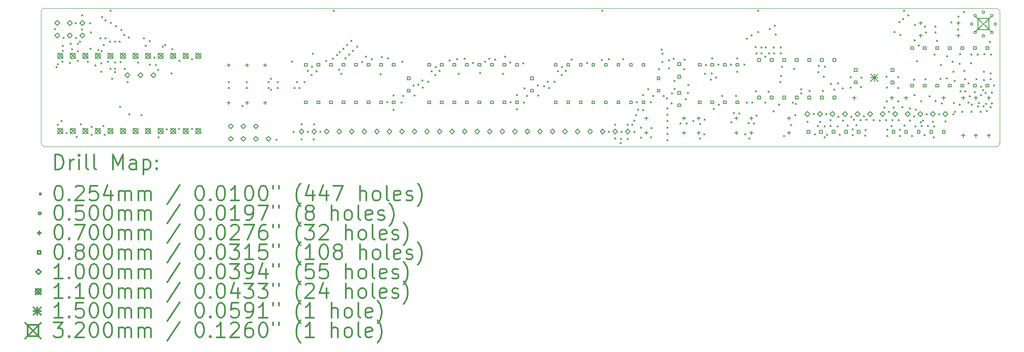
<source format=gbr>
%FSLAX45Y45*%
G04 Gerber Fmt 4.5, Leading zero omitted, Abs format (unit mm)*
G04 Created by KiCad (PCBNEW 5.1.10) date 2021-10-20 12:50:48*
%MOMM*%
%LPD*%
G01*
G04 APERTURE LIST*
%TA.AperFunction,Profile*%
%ADD10C,0.050000*%
%TD*%
%ADD11C,0.200000*%
%ADD12C,0.300000*%
G04 APERTURE END LIST*
D10*
X3807348Y-12084854D02*
X6167348Y-12084854D01*
X23098144Y-12084854D02*
X6167348Y-12084854D01*
X3747817Y-12144385D02*
X3747817Y-14823294D01*
X23157676Y-14823294D02*
X23157676Y-12144385D01*
X3807348Y-14882825D02*
X23098144Y-14882825D01*
X23098144Y-12084854D02*
G75*
G02*
X23157676Y-12144385I0J-59531D01*
G01*
X23157676Y-14823294D02*
G75*
G02*
X23098144Y-14882825I-59531J0D01*
G01*
X3747817Y-12144385D02*
G75*
G02*
X3807348Y-12084854I59531J0D01*
G01*
X3807348Y-14882825D02*
G75*
G02*
X3747817Y-14823294I0J59531D01*
G01*
D11*
X4016300Y-12494300D02*
X4041700Y-12519700D01*
X4041700Y-12494300D02*
X4016300Y-12519700D01*
X4054300Y-13262300D02*
X4079700Y-13287700D01*
X4079700Y-13262300D02*
X4054300Y-13287700D01*
X4073300Y-13201300D02*
X4098700Y-13226700D01*
X4098700Y-13201300D02*
X4073300Y-13226700D01*
X4080300Y-14431300D02*
X4105700Y-14456700D01*
X4105700Y-14431300D02*
X4080300Y-14456700D01*
X4150300Y-14352300D02*
X4175700Y-14377700D01*
X4175700Y-14352300D02*
X4150300Y-14377700D01*
X4166300Y-13151300D02*
X4191700Y-13176700D01*
X4191700Y-13151300D02*
X4166300Y-13176700D01*
X4179300Y-12827300D02*
X4204700Y-12852700D01*
X4204700Y-12827300D02*
X4179300Y-12852700D01*
X4180300Y-12929300D02*
X4205700Y-12954700D01*
X4205700Y-12929300D02*
X4180300Y-12954700D01*
X4192300Y-12670300D02*
X4217700Y-12695700D01*
X4217700Y-12670300D02*
X4192300Y-12695700D01*
X4252300Y-14602300D02*
X4277700Y-14627700D01*
X4277700Y-14602300D02*
X4252300Y-14627700D01*
X4318300Y-13175300D02*
X4343700Y-13200700D01*
X4343700Y-13175300D02*
X4318300Y-13200700D01*
X4336300Y-12783300D02*
X4361700Y-12808700D01*
X4361700Y-12783300D02*
X4336300Y-12808700D01*
X4368300Y-12899300D02*
X4393700Y-12924700D01*
X4393700Y-12899300D02*
X4368300Y-12924700D01*
X4442300Y-12371300D02*
X4467700Y-12396700D01*
X4467700Y-12371300D02*
X4442300Y-12396700D01*
X4445300Y-12667300D02*
X4470700Y-12692700D01*
X4470700Y-12667300D02*
X4445300Y-12692700D01*
X4457300Y-14674300D02*
X4482700Y-14699700D01*
X4482700Y-14674300D02*
X4457300Y-14699700D01*
X4479300Y-12785300D02*
X4504700Y-12810700D01*
X4504700Y-12785300D02*
X4479300Y-12810700D01*
X4481300Y-13134300D02*
X4506700Y-13159700D01*
X4506700Y-13134300D02*
X4481300Y-13159700D01*
X4482300Y-12936300D02*
X4507700Y-12961700D01*
X4507700Y-12936300D02*
X4482300Y-12961700D01*
X4523300Y-12745300D02*
X4548700Y-12770700D01*
X4548700Y-12745300D02*
X4523300Y-12770700D01*
X4542300Y-14418300D02*
X4567700Y-14443700D01*
X4567700Y-14418300D02*
X4542300Y-14443700D01*
X4564300Y-12215300D02*
X4589700Y-12240700D01*
X4589700Y-12215300D02*
X4564300Y-12240700D01*
X4569300Y-12497300D02*
X4594700Y-12522700D01*
X4594700Y-12497300D02*
X4569300Y-12522700D01*
X4688300Y-13152300D02*
X4713700Y-13177700D01*
X4713700Y-13152300D02*
X4688300Y-13177700D01*
X4729300Y-12370300D02*
X4754700Y-12395700D01*
X4754700Y-12370300D02*
X4729300Y-12395700D01*
X4739300Y-12889300D02*
X4764700Y-12914700D01*
X4764700Y-12889300D02*
X4739300Y-12914700D01*
X4745300Y-12556300D02*
X4770700Y-12581700D01*
X4770700Y-12556300D02*
X4745300Y-12581700D01*
X4758300Y-14633300D02*
X4783700Y-14658700D01*
X4783700Y-14633300D02*
X4758300Y-14658700D01*
X4761300Y-14469300D02*
X4786700Y-14494700D01*
X4786700Y-14469300D02*
X4761300Y-14494700D01*
X4835300Y-13231300D02*
X4860700Y-13256700D01*
X4860700Y-13231300D02*
X4835300Y-13256700D01*
X4901300Y-12915300D02*
X4926700Y-12940700D01*
X4926700Y-12915300D02*
X4901300Y-12940700D01*
X4940300Y-12679300D02*
X4965700Y-12704700D01*
X4965700Y-12679300D02*
X4940300Y-12704700D01*
X4953300Y-13185300D02*
X4978700Y-13210700D01*
X4978700Y-13185300D02*
X4953300Y-13210700D01*
X4956300Y-13357300D02*
X4981700Y-13382700D01*
X4981700Y-13357300D02*
X4956300Y-13382700D01*
X4961300Y-12940300D02*
X4986700Y-12965700D01*
X4986700Y-12940300D02*
X4961300Y-12965700D01*
X4971300Y-12244300D02*
X4996700Y-12269700D01*
X4996700Y-12244300D02*
X4971300Y-12269700D01*
X5002300Y-14453300D02*
X5027700Y-14478700D01*
X5027700Y-14453300D02*
X5002300Y-14478700D01*
X5004300Y-12812300D02*
X5029700Y-12837700D01*
X5029700Y-12812300D02*
X5004300Y-12837700D01*
X5022300Y-14632300D02*
X5047700Y-14657700D01*
X5047700Y-14632300D02*
X5022300Y-14657700D01*
X5038300Y-12678300D02*
X5063700Y-12703700D01*
X5063700Y-12678300D02*
X5038300Y-12703700D01*
X5041300Y-12315300D02*
X5066700Y-12340700D01*
X5066700Y-12315300D02*
X5041300Y-12340700D01*
X5089300Y-13147300D02*
X5114700Y-13172700D01*
X5114700Y-13147300D02*
X5089300Y-13172700D01*
X5135300Y-12742300D02*
X5160700Y-12767700D01*
X5160700Y-12742300D02*
X5135300Y-12767700D01*
X5139300Y-12116300D02*
X5164700Y-12141700D01*
X5164700Y-12116300D02*
X5139300Y-12141700D01*
X5140300Y-13292300D02*
X5165700Y-13317700D01*
X5165700Y-13292300D02*
X5140300Y-13317700D01*
X5154300Y-12361300D02*
X5179700Y-12386700D01*
X5179700Y-12361300D02*
X5154300Y-12386700D01*
X5175300Y-13501300D02*
X5200700Y-13526700D01*
X5200700Y-13501300D02*
X5175300Y-13526700D01*
X5232300Y-12744300D02*
X5257700Y-12769700D01*
X5257700Y-12744300D02*
X5232300Y-12769700D01*
X5235300Y-13360300D02*
X5260700Y-13385700D01*
X5260700Y-13360300D02*
X5235300Y-13385700D01*
X5240300Y-13171300D02*
X5265700Y-13196700D01*
X5265700Y-13171300D02*
X5240300Y-13196700D01*
X5240300Y-13291300D02*
X5265700Y-13316700D01*
X5265700Y-13291300D02*
X5240300Y-13316700D01*
X5251300Y-12433300D02*
X5276700Y-12458700D01*
X5276700Y-12433300D02*
X5251300Y-12458700D01*
X5329300Y-12745300D02*
X5354700Y-12770700D01*
X5354700Y-12745300D02*
X5329300Y-12770700D01*
X5338300Y-14061300D02*
X5363700Y-14086700D01*
X5363700Y-14061300D02*
X5338300Y-14086700D01*
X5346300Y-13162300D02*
X5371700Y-13187700D01*
X5371700Y-13162300D02*
X5346300Y-13187700D01*
X5362300Y-12509300D02*
X5387700Y-12534700D01*
X5387700Y-12509300D02*
X5362300Y-12534700D01*
X5426300Y-12613300D02*
X5451700Y-12638700D01*
X5451700Y-12613300D02*
X5426300Y-12638700D01*
X5427300Y-13292300D02*
X5452700Y-13317700D01*
X5452700Y-13292300D02*
X5427300Y-13317700D01*
X5492300Y-13567300D02*
X5517700Y-13592700D01*
X5517700Y-13567300D02*
X5492300Y-13592700D01*
X5517300Y-12663300D02*
X5542700Y-12688700D01*
X5542700Y-12663300D02*
X5517300Y-12688700D01*
X5520300Y-14221300D02*
X5545700Y-14246700D01*
X5545700Y-14221300D02*
X5520300Y-14246700D01*
X5698300Y-13164300D02*
X5723700Y-13189700D01*
X5723700Y-13164300D02*
X5698300Y-13189700D01*
X5772300Y-14238300D02*
X5797700Y-14263700D01*
X5797700Y-14238300D02*
X5772300Y-14263700D01*
X5823300Y-12674300D02*
X5848700Y-12699700D01*
X5848700Y-12674300D02*
X5823300Y-12699700D01*
X5853300Y-12829300D02*
X5878700Y-12854700D01*
X5878700Y-12829300D02*
X5853300Y-12854700D01*
X5942300Y-13214300D02*
X5967700Y-13239700D01*
X5967700Y-13214300D02*
X5942300Y-13239700D01*
X5943300Y-12736300D02*
X5968700Y-12761700D01*
X5968700Y-12736300D02*
X5943300Y-12761700D01*
X6033300Y-13064300D02*
X6058700Y-13089700D01*
X6058700Y-13064300D02*
X6033300Y-13089700D01*
X6067300Y-13215300D02*
X6092700Y-13240700D01*
X6092700Y-13215300D02*
X6067300Y-13240700D01*
X6112300Y-13318300D02*
X6137700Y-13343700D01*
X6137700Y-13318300D02*
X6112300Y-13343700D01*
X6119300Y-14680300D02*
X6144700Y-14705700D01*
X6144700Y-14680300D02*
X6119300Y-14705700D01*
X6205300Y-12849300D02*
X6230700Y-12874700D01*
X6230700Y-12849300D02*
X6205300Y-12874700D01*
X6255300Y-12812300D02*
X6280700Y-12837700D01*
X6280700Y-12812300D02*
X6255300Y-12837700D01*
X6288300Y-14521300D02*
X6313700Y-14546700D01*
X6313700Y-14521300D02*
X6288300Y-14546700D01*
X6381300Y-13389300D02*
X6406700Y-13414700D01*
X6406700Y-13389300D02*
X6381300Y-13414700D01*
X6395300Y-12895300D02*
X6420700Y-12920700D01*
X6420700Y-12895300D02*
X6395300Y-12920700D01*
X6533300Y-14510300D02*
X6558700Y-14535700D01*
X6558700Y-14510300D02*
X6533300Y-14535700D01*
X6536300Y-13137300D02*
X6561700Y-13162700D01*
X6561700Y-13137300D02*
X6536300Y-13162700D01*
X6796300Y-13096300D02*
X6821700Y-13121700D01*
X6821700Y-13096300D02*
X6796300Y-13121700D01*
X6797300Y-14516300D02*
X6822700Y-14541700D01*
X6822700Y-14516300D02*
X6797300Y-14541700D01*
X7535300Y-13568300D02*
X7560700Y-13593700D01*
X7560700Y-13568300D02*
X7535300Y-13593700D01*
X7535300Y-13686300D02*
X7560700Y-13711700D01*
X7560700Y-13686300D02*
X7535300Y-13711700D01*
X7817300Y-14052300D02*
X7842700Y-14077700D01*
X7842700Y-14052300D02*
X7817300Y-14077700D01*
X7906300Y-13568300D02*
X7931700Y-13593700D01*
X7931700Y-13568300D02*
X7906300Y-13593700D01*
X7906300Y-13685300D02*
X7931700Y-13710700D01*
X7931700Y-13685300D02*
X7906300Y-13710700D01*
X8341300Y-13685300D02*
X8366700Y-13710700D01*
X8366700Y-13685300D02*
X8341300Y-13710700D01*
X8342300Y-13567300D02*
X8367700Y-13592700D01*
X8367700Y-13567300D02*
X8342300Y-13592700D01*
X8393300Y-13497300D02*
X8418700Y-13522700D01*
X8418700Y-13497300D02*
X8393300Y-13522700D01*
X8396300Y-13715300D02*
X8421700Y-13740700D01*
X8421700Y-13715300D02*
X8396300Y-13740700D01*
X8507300Y-14737300D02*
X8532700Y-14762700D01*
X8532700Y-14737300D02*
X8507300Y-14762700D01*
X8531300Y-13566300D02*
X8556700Y-13591700D01*
X8556700Y-13566300D02*
X8531300Y-13591700D01*
X8533300Y-13688300D02*
X8558700Y-13713700D01*
X8558700Y-13688300D02*
X8533300Y-13713700D01*
X8821300Y-13147300D02*
X8846700Y-13172700D01*
X8846700Y-13147300D02*
X8821300Y-13172700D01*
X8854300Y-14571300D02*
X8879700Y-14596700D01*
X8879700Y-14571300D02*
X8854300Y-14596700D01*
X8866300Y-13685300D02*
X8891700Y-13710700D01*
X8891700Y-13685300D02*
X8866300Y-13710700D01*
X8919300Y-13566300D02*
X8944700Y-13591700D01*
X8944700Y-13566300D02*
X8919300Y-13591700D01*
X8969300Y-13687300D02*
X8994700Y-13712700D01*
X8994700Y-13687300D02*
X8969300Y-13712700D01*
X9010300Y-14723300D02*
X9035700Y-14748700D01*
X9035700Y-14723300D02*
X9010300Y-14748700D01*
X9012300Y-14417300D02*
X9037700Y-14442700D01*
X9037700Y-14417300D02*
X9012300Y-14442700D01*
X9068300Y-13567300D02*
X9093700Y-13592700D01*
X9093700Y-13567300D02*
X9068300Y-13592700D01*
X9139300Y-14573300D02*
X9164700Y-14598700D01*
X9164700Y-14573300D02*
X9139300Y-14598700D01*
X9142300Y-13341300D02*
X9167700Y-13366700D01*
X9167700Y-13341300D02*
X9142300Y-13366700D01*
X9219300Y-13424300D02*
X9244700Y-13449700D01*
X9244700Y-13424300D02*
X9219300Y-13449700D01*
X9225300Y-13253300D02*
X9250700Y-13278700D01*
X9250700Y-13253300D02*
X9225300Y-13278700D01*
X9242300Y-12987300D02*
X9267700Y-13012700D01*
X9267700Y-12987300D02*
X9242300Y-13012700D01*
X9260300Y-14728300D02*
X9285700Y-14753700D01*
X9285700Y-14728300D02*
X9260300Y-14753700D01*
X9267300Y-14424300D02*
X9292700Y-14449700D01*
X9292700Y-14424300D02*
X9267300Y-14449700D01*
X9315300Y-13342300D02*
X9340700Y-13367700D01*
X9340700Y-13342300D02*
X9315300Y-13367700D01*
X9393300Y-14572300D02*
X9418700Y-14597700D01*
X9418700Y-14572300D02*
X9393300Y-14597700D01*
X9508300Y-13136300D02*
X9533700Y-13161700D01*
X9533700Y-13136300D02*
X9508300Y-13161700D01*
X9650300Y-13090300D02*
X9675700Y-13115700D01*
X9675700Y-13090300D02*
X9650300Y-13115700D01*
X9662300Y-12116300D02*
X9687700Y-12141700D01*
X9687700Y-12116300D02*
X9662300Y-12141700D01*
X9732300Y-13013300D02*
X9757700Y-13038700D01*
X9757700Y-13013300D02*
X9732300Y-13038700D01*
X9777300Y-13313300D02*
X9802700Y-13338700D01*
X9802700Y-13313300D02*
X9777300Y-13338700D01*
X9784300Y-12959300D02*
X9809700Y-12984700D01*
X9809700Y-12959300D02*
X9784300Y-12984700D01*
X9819300Y-13393300D02*
X9844700Y-13418700D01*
X9844700Y-13393300D02*
X9819300Y-13418700D01*
X9856300Y-12885300D02*
X9881700Y-12910700D01*
X9881700Y-12885300D02*
X9856300Y-12910700D01*
X9904300Y-13081300D02*
X9929700Y-13106700D01*
X9929700Y-13081300D02*
X9904300Y-13106700D01*
X9931300Y-12810300D02*
X9956700Y-12835700D01*
X9956700Y-12810300D02*
X9931300Y-12835700D01*
X9976300Y-13006300D02*
X10001700Y-13031700D01*
X10001700Y-13006300D02*
X9976300Y-13031700D01*
X10017300Y-12729300D02*
X10042700Y-12754700D01*
X10042700Y-12729300D02*
X10017300Y-12754700D01*
X10053300Y-12931300D02*
X10078700Y-12956700D01*
X10078700Y-12931300D02*
X10053300Y-12956700D01*
X10139300Y-12845300D02*
X10164700Y-12870700D01*
X10164700Y-12845300D02*
X10139300Y-12870700D01*
X10241300Y-13162300D02*
X10266700Y-13187700D01*
X10266700Y-13162300D02*
X10241300Y-13187700D01*
X10318300Y-13045300D02*
X10343700Y-13070700D01*
X10343700Y-13045300D02*
X10318300Y-13070700D01*
X10436300Y-13104300D02*
X10461700Y-13129700D01*
X10461700Y-13104300D02*
X10436300Y-13129700D01*
X10610300Y-13408300D02*
X10635700Y-13433700D01*
X10635700Y-13408300D02*
X10610300Y-13433700D01*
X10642300Y-13054300D02*
X10667700Y-13079700D01*
X10667700Y-13054300D02*
X10642300Y-13079700D01*
X10744300Y-13976300D02*
X10769700Y-14001700D01*
X10769700Y-13976300D02*
X10744300Y-14001700D01*
X10766300Y-13087300D02*
X10791700Y-13112700D01*
X10791700Y-13087300D02*
X10766300Y-13112700D01*
X10871300Y-14128300D02*
X10896700Y-14153700D01*
X10896700Y-14128300D02*
X10871300Y-14153700D01*
X10875300Y-13834300D02*
X10900700Y-13859700D01*
X10900700Y-13834300D02*
X10875300Y-13859700D01*
X11033300Y-13977300D02*
X11058700Y-14002700D01*
X11058700Y-13977300D02*
X11033300Y-14002700D01*
X11053300Y-13148300D02*
X11078700Y-13173700D01*
X11078700Y-13148300D02*
X11053300Y-13173700D01*
X11070300Y-13846300D02*
X11095700Y-13871700D01*
X11095700Y-13846300D02*
X11070300Y-13871700D01*
X11285300Y-13637300D02*
X11310700Y-13662700D01*
X11310700Y-13637300D02*
X11285300Y-13662700D01*
X11294300Y-13837300D02*
X11319700Y-13862700D01*
X11319700Y-13837300D02*
X11294300Y-13862700D01*
X11375300Y-13618300D02*
X11400700Y-13643700D01*
X11400700Y-13618300D02*
X11375300Y-13643700D01*
X11459300Y-13532300D02*
X11484700Y-13557700D01*
X11484700Y-13532300D02*
X11459300Y-13557700D01*
X11469300Y-13674300D02*
X11494700Y-13699700D01*
X11494700Y-13674300D02*
X11469300Y-13699700D01*
X11580300Y-13556300D02*
X11605700Y-13581700D01*
X11605700Y-13556300D02*
X11580300Y-13581700D01*
X11644300Y-13346300D02*
X11669700Y-13371700D01*
X11669700Y-13346300D02*
X11644300Y-13371700D01*
X11718300Y-13423300D02*
X11743700Y-13448700D01*
X11743700Y-13423300D02*
X11718300Y-13448700D01*
X11731300Y-13261300D02*
X11756700Y-13286700D01*
X11756700Y-13261300D02*
X11731300Y-13286700D01*
X11807300Y-13334300D02*
X11832700Y-13359700D01*
X11832700Y-13334300D02*
X11807300Y-13359700D01*
X12013300Y-13126300D02*
X12038700Y-13151700D01*
X12038700Y-13126300D02*
X12013300Y-13151700D01*
X12165300Y-13104300D02*
X12190700Y-13129700D01*
X12190700Y-13104300D02*
X12165300Y-13129700D01*
X12195300Y-13399300D02*
X12220700Y-13424700D01*
X12220700Y-13399300D02*
X12195300Y-13424700D01*
X12318300Y-13095300D02*
X12343700Y-13120700D01*
X12343700Y-13095300D02*
X12318300Y-13120700D01*
X12485300Y-13174300D02*
X12510700Y-13199700D01*
X12510700Y-13174300D02*
X12485300Y-13199700D01*
X12626300Y-13380300D02*
X12651700Y-13405700D01*
X12651700Y-13380300D02*
X12626300Y-13405700D01*
X12729300Y-13155300D02*
X12754700Y-13180700D01*
X12754700Y-13155300D02*
X12729300Y-13180700D01*
X12816300Y-13091300D02*
X12841700Y-13116700D01*
X12841700Y-13091300D02*
X12816300Y-13116700D01*
X12931300Y-13107300D02*
X12956700Y-13132700D01*
X12956700Y-13107300D02*
X12931300Y-13132700D01*
X13097300Y-13393300D02*
X13122700Y-13418700D01*
X13122700Y-13393300D02*
X13097300Y-13418700D01*
X13133300Y-13050300D02*
X13158700Y-13075700D01*
X13158700Y-13050300D02*
X13133300Y-13075700D01*
X13238300Y-13165300D02*
X13263700Y-13190700D01*
X13263700Y-13165300D02*
X13238300Y-13190700D01*
X13246300Y-13975300D02*
X13271700Y-14000700D01*
X13271700Y-13975300D02*
X13246300Y-14000700D01*
X13374300Y-14119300D02*
X13399700Y-14144700D01*
X13399700Y-14119300D02*
X13374300Y-14144700D01*
X13375300Y-13832300D02*
X13400700Y-13857700D01*
X13400700Y-13832300D02*
X13375300Y-13857700D01*
X13499300Y-13181300D02*
X13524700Y-13206700D01*
X13524700Y-13181300D02*
X13499300Y-13206700D01*
X13520300Y-13979300D02*
X13545700Y-14004700D01*
X13545700Y-13979300D02*
X13520300Y-14004700D01*
X13524300Y-13692300D02*
X13549700Y-13717700D01*
X13549700Y-13692300D02*
X13524300Y-13717700D01*
X13573300Y-13849300D02*
X13598700Y-13874700D01*
X13598700Y-13849300D02*
X13573300Y-13874700D01*
X13796300Y-13630300D02*
X13821700Y-13655700D01*
X13821700Y-13630300D02*
X13796300Y-13655700D01*
X13801300Y-13839300D02*
X13826700Y-13864700D01*
X13826700Y-13839300D02*
X13801300Y-13864700D01*
X13926300Y-13653300D02*
X13951700Y-13678700D01*
X13951700Y-13653300D02*
X13926300Y-13678700D01*
X13999300Y-13554300D02*
X14024700Y-13579700D01*
X14024700Y-13554300D02*
X13999300Y-13579700D01*
X14027300Y-13680300D02*
X14052700Y-13705700D01*
X14052700Y-13680300D02*
X14027300Y-13705700D01*
X14133300Y-13561300D02*
X14158700Y-13586700D01*
X14158700Y-13561300D02*
X14133300Y-13586700D01*
X14206300Y-13348300D02*
X14231700Y-13373700D01*
X14231700Y-13348300D02*
X14206300Y-13373700D01*
X14276300Y-13419300D02*
X14301700Y-13444700D01*
X14301700Y-13419300D02*
X14276300Y-13444700D01*
X14290300Y-13265300D02*
X14315700Y-13290700D01*
X14315700Y-13265300D02*
X14290300Y-13290700D01*
X14361300Y-13333300D02*
X14386700Y-13358700D01*
X14386700Y-13333300D02*
X14361300Y-13358700D01*
X14482300Y-13111300D02*
X14507700Y-13136700D01*
X14507700Y-13111300D02*
X14482300Y-13136700D01*
X14791300Y-13177300D02*
X14816700Y-13202700D01*
X14816700Y-13177300D02*
X14791300Y-13202700D01*
X15089300Y-13113300D02*
X15114700Y-13138700D01*
X15114700Y-13113300D02*
X15089300Y-13138700D01*
X15102300Y-12116300D02*
X15127700Y-12141700D01*
X15127700Y-12116300D02*
X15102300Y-12141700D01*
X15232300Y-13103300D02*
X15257700Y-13128700D01*
X15257700Y-13103300D02*
X15232300Y-13128700D01*
X15235300Y-14570300D02*
X15260700Y-14595700D01*
X15260700Y-14570300D02*
X15235300Y-14595700D01*
X15361300Y-14431300D02*
X15386700Y-14456700D01*
X15386700Y-14431300D02*
X15361300Y-14456700D01*
X15361300Y-14712300D02*
X15386700Y-14737700D01*
X15386700Y-14712300D02*
X15361300Y-14737700D01*
X15476300Y-14799300D02*
X15501700Y-14824700D01*
X15501700Y-14799300D02*
X15476300Y-14824700D01*
X15481300Y-14715300D02*
X15506700Y-14740700D01*
X15506700Y-14715300D02*
X15481300Y-14740700D01*
X15489300Y-14571300D02*
X15514700Y-14596700D01*
X15514700Y-14571300D02*
X15489300Y-14596700D01*
X15527300Y-13101300D02*
X15552700Y-13126700D01*
X15552700Y-13101300D02*
X15527300Y-13126700D01*
X15615300Y-14714300D02*
X15640700Y-14739700D01*
X15640700Y-14714300D02*
X15615300Y-14739700D01*
X15617300Y-14430300D02*
X15642700Y-14455700D01*
X15642700Y-14430300D02*
X15617300Y-14455700D01*
X15712300Y-14432300D02*
X15737700Y-14457700D01*
X15737700Y-14432300D02*
X15712300Y-14457700D01*
X15748300Y-14343300D02*
X15773700Y-14368700D01*
X15773700Y-14343300D02*
X15748300Y-14368700D01*
X15749300Y-14572300D02*
X15774700Y-14597700D01*
X15774700Y-14572300D02*
X15749300Y-14597700D01*
X15786300Y-14231300D02*
X15811700Y-14256700D01*
X15811700Y-14231300D02*
X15786300Y-14256700D01*
X15806300Y-13973300D02*
X15831700Y-13998700D01*
X15831700Y-13973300D02*
X15806300Y-13998700D01*
X15828300Y-14124300D02*
X15853700Y-14149700D01*
X15853700Y-14124300D02*
X15828300Y-14149700D01*
X15890300Y-14488300D02*
X15915700Y-14513700D01*
X15915700Y-14488300D02*
X15890300Y-14513700D01*
X15891300Y-14689300D02*
X15916700Y-14714700D01*
X15916700Y-14689300D02*
X15891300Y-14714700D01*
X15932300Y-13831300D02*
X15957700Y-13856700D01*
X15957700Y-13831300D02*
X15932300Y-13856700D01*
X15932300Y-14130300D02*
X15957700Y-14155700D01*
X15957700Y-14130300D02*
X15932300Y-14155700D01*
X16030300Y-13712300D02*
X16055700Y-13737700D01*
X16055700Y-13712300D02*
X16030300Y-13737700D01*
X16079300Y-13975300D02*
X16104700Y-14000700D01*
X16104700Y-13975300D02*
X16079300Y-14000700D01*
X16092300Y-14687300D02*
X16117700Y-14712700D01*
X16117700Y-14687300D02*
X16092300Y-14712700D01*
X16096300Y-14500300D02*
X16121700Y-14525700D01*
X16121700Y-14500300D02*
X16096300Y-14525700D01*
X16136300Y-13844300D02*
X16161700Y-13869700D01*
X16161700Y-13844300D02*
X16136300Y-13869700D01*
X16248300Y-13307300D02*
X16273700Y-13332700D01*
X16273700Y-13307300D02*
X16248300Y-13332700D01*
X16299300Y-12902300D02*
X16324700Y-12927700D01*
X16324700Y-12902300D02*
X16299300Y-12927700D01*
X16322300Y-13156300D02*
X16347700Y-13181700D01*
X16347700Y-13156300D02*
X16322300Y-13181700D01*
X16323300Y-12990300D02*
X16348700Y-13015700D01*
X16348700Y-12990300D02*
X16323300Y-13015700D01*
X16348300Y-13842300D02*
X16373700Y-13867700D01*
X16373700Y-13842300D02*
X16348300Y-13867700D01*
X16412300Y-13896300D02*
X16437700Y-13921700D01*
X16437700Y-13896300D02*
X16412300Y-13921700D01*
X16423300Y-14098300D02*
X16448700Y-14123700D01*
X16448700Y-14098300D02*
X16423300Y-14123700D01*
X16423300Y-14227500D02*
X16448700Y-14252900D01*
X16448700Y-14227500D02*
X16423300Y-14252900D01*
X16423300Y-14356700D02*
X16448700Y-14382100D01*
X16448700Y-14356700D02*
X16423300Y-14382100D01*
X16423300Y-14485900D02*
X16448700Y-14511300D01*
X16448700Y-14485900D02*
X16423300Y-14511300D01*
X16423300Y-14615100D02*
X16448700Y-14640500D01*
X16448700Y-14615100D02*
X16423300Y-14640500D01*
X16423300Y-14744300D02*
X16448700Y-14769700D01*
X16448700Y-14744300D02*
X16423300Y-14769700D01*
X16456300Y-13287300D02*
X16481700Y-13312700D01*
X16481700Y-13287300D02*
X16456300Y-13312700D01*
X16458300Y-13122300D02*
X16483700Y-13147700D01*
X16483700Y-13122300D02*
X16458300Y-13147700D01*
X16507300Y-13994300D02*
X16532700Y-14019700D01*
X16532700Y-13994300D02*
X16507300Y-14019700D01*
X16512300Y-13792300D02*
X16537700Y-13817700D01*
X16537700Y-13792300D02*
X16512300Y-13817700D01*
X16551300Y-13092300D02*
X16576700Y-13117700D01*
X16576700Y-13092300D02*
X16551300Y-13117700D01*
X16562300Y-13702300D02*
X16587700Y-13727700D01*
X16587700Y-13702300D02*
X16562300Y-13727700D01*
X16568300Y-13537300D02*
X16593700Y-13562700D01*
X16593700Y-13537300D02*
X16568300Y-13562700D01*
X16687300Y-14404300D02*
X16712700Y-14429700D01*
X16712700Y-14404300D02*
X16687300Y-14429700D01*
X16760300Y-13300300D02*
X16785700Y-13325700D01*
X16785700Y-13300300D02*
X16760300Y-13325700D01*
X16767300Y-13105300D02*
X16792700Y-13130700D01*
X16792700Y-13105300D02*
X16767300Y-13130700D01*
X16796300Y-13911300D02*
X16821700Y-13936700D01*
X16821700Y-13911300D02*
X16796300Y-13936700D01*
X16814300Y-14403300D02*
X16839700Y-14428700D01*
X16839700Y-14403300D02*
X16814300Y-14428700D01*
X16839300Y-13787300D02*
X16864700Y-13812700D01*
X16864700Y-13787300D02*
X16839300Y-13812700D01*
X16841300Y-13627300D02*
X16866700Y-13652700D01*
X16866700Y-13627300D02*
X16841300Y-13652700D01*
X16949300Y-14351300D02*
X16974700Y-14376700D01*
X16974700Y-14351300D02*
X16949300Y-14376700D01*
X17080300Y-14416300D02*
X17105700Y-14441700D01*
X17105700Y-14416300D02*
X17080300Y-14441700D01*
X17084300Y-14707300D02*
X17109700Y-14732700D01*
X17109700Y-14707300D02*
X17084300Y-14732700D01*
X17168300Y-14628300D02*
X17193700Y-14653700D01*
X17193700Y-14628300D02*
X17168300Y-14653700D01*
X17170300Y-14329300D02*
X17195700Y-14354700D01*
X17195700Y-14329300D02*
X17170300Y-14354700D01*
X17182300Y-13396300D02*
X17207700Y-13421700D01*
X17207700Y-13396300D02*
X17182300Y-13421700D01*
X17198300Y-13215300D02*
X17223700Y-13240700D01*
X17223700Y-13215300D02*
X17198300Y-13240700D01*
X17298300Y-13511300D02*
X17323700Y-13536700D01*
X17323700Y-13511300D02*
X17298300Y-13536700D01*
X17319300Y-13387300D02*
X17344700Y-13412700D01*
X17344700Y-13387300D02*
X17319300Y-13412700D01*
X17327300Y-13080300D02*
X17352700Y-13105700D01*
X17352700Y-13080300D02*
X17327300Y-13105700D01*
X17364300Y-14104300D02*
X17389700Y-14129700D01*
X17389700Y-14104300D02*
X17364300Y-14129700D01*
X17403300Y-13473300D02*
X17428700Y-13498700D01*
X17428700Y-13473300D02*
X17403300Y-13498700D01*
X17455300Y-13214300D02*
X17480700Y-13239700D01*
X17480700Y-13214300D02*
X17455300Y-13239700D01*
X17459300Y-14024300D02*
X17484700Y-14049700D01*
X17484700Y-14024300D02*
X17459300Y-14049700D01*
X17526300Y-13848300D02*
X17551700Y-13873700D01*
X17551700Y-13848300D02*
X17526300Y-13873700D01*
X17708300Y-13214300D02*
X17733700Y-13239700D01*
X17733700Y-13214300D02*
X17708300Y-13239700D01*
X17715300Y-14379300D02*
X17740700Y-14404700D01*
X17740700Y-14379300D02*
X17715300Y-14404700D01*
X17764300Y-14193300D02*
X17789700Y-14218700D01*
X17789700Y-14193300D02*
X17764300Y-14218700D01*
X17809300Y-13848300D02*
X17834700Y-13873700D01*
X17834700Y-13848300D02*
X17809300Y-13873700D01*
X17836300Y-13079300D02*
X17861700Y-13104700D01*
X17861700Y-13079300D02*
X17836300Y-13104700D01*
X17837300Y-13358300D02*
X17862700Y-13383700D01*
X17862700Y-13358300D02*
X17837300Y-13383700D01*
X17873300Y-14199300D02*
X17898700Y-14224700D01*
X17898700Y-14199300D02*
X17873300Y-14224700D01*
X17980300Y-13214300D02*
X18005700Y-13239700D01*
X18005700Y-13214300D02*
X17980300Y-13239700D01*
X17998300Y-14620300D02*
X18023700Y-14645700D01*
X18023700Y-14620300D02*
X17998300Y-14645700D01*
X18028300Y-12681300D02*
X18053700Y-12706700D01*
X18053700Y-12681300D02*
X18028300Y-12706700D01*
X18033300Y-13979300D02*
X18058700Y-14004700D01*
X18058700Y-13979300D02*
X18033300Y-14004700D01*
X18059300Y-14398300D02*
X18084700Y-14423700D01*
X18084700Y-14398300D02*
X18059300Y-14423700D01*
X18083300Y-14707300D02*
X18108700Y-14732700D01*
X18108700Y-14707300D02*
X18083300Y-14732700D01*
X18123300Y-12619300D02*
X18148700Y-12644700D01*
X18148700Y-12619300D02*
X18123300Y-12644700D01*
X18140300Y-13979300D02*
X18165700Y-14004700D01*
X18165700Y-13979300D02*
X18140300Y-14004700D01*
X18172300Y-14404300D02*
X18197700Y-14429700D01*
X18197700Y-14404300D02*
X18172300Y-14429700D01*
X18210300Y-12858300D02*
X18235700Y-12883700D01*
X18235700Y-12858300D02*
X18210300Y-12883700D01*
X18212300Y-13748300D02*
X18237700Y-13773700D01*
X18237700Y-13748300D02*
X18212300Y-13773700D01*
X18223300Y-12980300D02*
X18248700Y-13005700D01*
X18248700Y-12980300D02*
X18223300Y-13005700D01*
X18225300Y-14241300D02*
X18250700Y-14266700D01*
X18250700Y-14241300D02*
X18225300Y-14266700D01*
X18254300Y-12551300D02*
X18279700Y-12576700D01*
X18279700Y-12551300D02*
X18254300Y-12576700D01*
X18261300Y-12116300D02*
X18286700Y-12141700D01*
X18286700Y-12116300D02*
X18261300Y-12141700D01*
X18328300Y-12979300D02*
X18353700Y-13004700D01*
X18353700Y-12979300D02*
X18328300Y-13004700D01*
X18329300Y-12861300D02*
X18354700Y-12886700D01*
X18354700Y-12861300D02*
X18329300Y-12886700D01*
X18399300Y-13048300D02*
X18424700Y-13073700D01*
X18424700Y-13048300D02*
X18399300Y-13073700D01*
X18404300Y-13978300D02*
X18429700Y-14003700D01*
X18429700Y-13978300D02*
X18404300Y-14003700D01*
X18413300Y-12861300D02*
X18438700Y-12886700D01*
X18438700Y-12861300D02*
X18413300Y-12886700D01*
X18467300Y-13758300D02*
X18492700Y-13783700D01*
X18492700Y-13758300D02*
X18467300Y-13783700D01*
X18477300Y-12979300D02*
X18502700Y-13004700D01*
X18502700Y-12979300D02*
X18477300Y-13004700D01*
X18492300Y-12489300D02*
X18517700Y-12514700D01*
X18517700Y-12489300D02*
X18492300Y-12514700D01*
X18571300Y-14156300D02*
X18596700Y-14181700D01*
X18596700Y-14156300D02*
X18571300Y-14181700D01*
X18575300Y-12862300D02*
X18600700Y-12887700D01*
X18600700Y-12862300D02*
X18575300Y-12887700D01*
X18581300Y-12984300D02*
X18606700Y-13009700D01*
X18606700Y-12984300D02*
X18581300Y-13009700D01*
X18599300Y-12419300D02*
X18624700Y-12444700D01*
X18624700Y-12419300D02*
X18599300Y-12444700D01*
X18613300Y-12603300D02*
X18638700Y-12628700D01*
X18638700Y-12603300D02*
X18613300Y-12628700D01*
X18685300Y-14023300D02*
X18710700Y-14048700D01*
X18710700Y-14023300D02*
X18685300Y-14048700D01*
X18708300Y-13563300D02*
X18733700Y-13588700D01*
X18733700Y-13563300D02*
X18708300Y-13588700D01*
X18713300Y-12863300D02*
X18738700Y-12888700D01*
X18738700Y-12863300D02*
X18713300Y-12888700D01*
X18714300Y-12979300D02*
X18739700Y-13004700D01*
X18739700Y-12979300D02*
X18714300Y-13004700D01*
X18726300Y-13437300D02*
X18751700Y-13462700D01*
X18751700Y-13437300D02*
X18726300Y-13462700D01*
X18743300Y-13250300D02*
X18768700Y-13275700D01*
X18768700Y-13250300D02*
X18743300Y-13275700D01*
X18786300Y-14656300D02*
X18811700Y-14681700D01*
X18811700Y-14656300D02*
X18786300Y-14681700D01*
X18929300Y-14434300D02*
X18954700Y-14459700D01*
X18954700Y-14434300D02*
X18929300Y-14459700D01*
X18958300Y-13977300D02*
X18983700Y-14002700D01*
X18983700Y-13977300D02*
X18958300Y-14002700D01*
X18986500Y-13296900D02*
X19011900Y-13322300D01*
X19011900Y-13296900D02*
X18986500Y-13322300D01*
X19014300Y-14232300D02*
X19039700Y-14257700D01*
X19039700Y-14232300D02*
X19014300Y-14257700D01*
X19023300Y-14010300D02*
X19048700Y-14035700D01*
X19048700Y-14010300D02*
X19023300Y-14035700D01*
X19133300Y-13797300D02*
X19158700Y-13822700D01*
X19158700Y-13797300D02*
X19133300Y-13822700D01*
X19134300Y-13713300D02*
X19159700Y-13738700D01*
X19159700Y-13713300D02*
X19134300Y-13738700D01*
X19253300Y-14369300D02*
X19278700Y-14394700D01*
X19278700Y-14369300D02*
X19253300Y-14394700D01*
X19303300Y-13742300D02*
X19328700Y-13767700D01*
X19328700Y-13742300D02*
X19303300Y-13767700D01*
X19382300Y-14212300D02*
X19407700Y-14237700D01*
X19407700Y-14212300D02*
X19382300Y-14237700D01*
X19410300Y-14627300D02*
X19435700Y-14652700D01*
X19435700Y-14627300D02*
X19410300Y-14652700D01*
X19471300Y-14454300D02*
X19496700Y-14479700D01*
X19496700Y-14454300D02*
X19471300Y-14479700D01*
X19480300Y-13364300D02*
X19505700Y-13389700D01*
X19505700Y-13364300D02*
X19480300Y-13389700D01*
X19485300Y-13235300D02*
X19510700Y-13260700D01*
X19510700Y-13235300D02*
X19485300Y-13260700D01*
X19511300Y-14370300D02*
X19536700Y-14395700D01*
X19536700Y-14370300D02*
X19511300Y-14395700D01*
X19574300Y-13744300D02*
X19599700Y-13769700D01*
X19599700Y-13744300D02*
X19574300Y-13769700D01*
X19584300Y-13455300D02*
X19609700Y-13480700D01*
X19609700Y-13455300D02*
X19584300Y-13480700D01*
X19604300Y-14462300D02*
X19629700Y-14487700D01*
X19629700Y-14462300D02*
X19604300Y-14487700D01*
X19605300Y-14685300D02*
X19630700Y-14710700D01*
X19630700Y-14685300D02*
X19605300Y-14710700D01*
X19613300Y-13252300D02*
X19638700Y-13277700D01*
X19638700Y-13252300D02*
X19613300Y-13277700D01*
X19636300Y-14215300D02*
X19661700Y-14240700D01*
X19661700Y-14215300D02*
X19636300Y-14240700D01*
X19657300Y-14629300D02*
X19682700Y-14654700D01*
X19682700Y-14629300D02*
X19657300Y-14654700D01*
X19720300Y-14340300D02*
X19745700Y-14365700D01*
X19745700Y-14340300D02*
X19720300Y-14365700D01*
X19725300Y-14455300D02*
X19750700Y-14480700D01*
X19750700Y-14455300D02*
X19725300Y-14480700D01*
X19732300Y-13597300D02*
X19757700Y-13622700D01*
X19757700Y-13597300D02*
X19732300Y-13622700D01*
X19800300Y-13722300D02*
X19825700Y-13747700D01*
X19825700Y-13722300D02*
X19800300Y-13747700D01*
X19863300Y-14464300D02*
X19888700Y-14489700D01*
X19888700Y-14464300D02*
X19863300Y-14489700D01*
X19872300Y-13593300D02*
X19897700Y-13618700D01*
X19897700Y-13593300D02*
X19872300Y-13618700D01*
X19884300Y-14269300D02*
X19909700Y-14294700D01*
X19909700Y-14269300D02*
X19884300Y-14294700D01*
X19911300Y-14630300D02*
X19936700Y-14655700D01*
X19936700Y-14630300D02*
X19911300Y-14655700D01*
X19967300Y-13694300D02*
X19992700Y-13719700D01*
X19992700Y-13694300D02*
X19967300Y-13719700D01*
X19974300Y-14345300D02*
X19999700Y-14370700D01*
X19999700Y-14345300D02*
X19974300Y-14370700D01*
X20071300Y-14442300D02*
X20096700Y-14467700D01*
X20096700Y-14442300D02*
X20071300Y-14467700D01*
X20125300Y-13675300D02*
X20150700Y-13700700D01*
X20150700Y-13675300D02*
X20125300Y-13700700D01*
X20127300Y-13466300D02*
X20152700Y-13491700D01*
X20152700Y-13466300D02*
X20127300Y-13491700D01*
X20144300Y-14268300D02*
X20169700Y-14293700D01*
X20169700Y-14268300D02*
X20144300Y-14293700D01*
X20170300Y-14526300D02*
X20195700Y-14551700D01*
X20195700Y-14526300D02*
X20170300Y-14551700D01*
X20174300Y-14641300D02*
X20199700Y-14666700D01*
X20199700Y-14641300D02*
X20174300Y-14666700D01*
X20193300Y-14324300D02*
X20218700Y-14349700D01*
X20218700Y-14324300D02*
X20193300Y-14349700D01*
X20250300Y-14438300D02*
X20275700Y-14463700D01*
X20275700Y-14438300D02*
X20250300Y-14463700D01*
X20333300Y-14335300D02*
X20358700Y-14360700D01*
X20358700Y-14335300D02*
X20333300Y-14360700D01*
X20342300Y-13669300D02*
X20367700Y-13694700D01*
X20367700Y-13669300D02*
X20342300Y-13694700D01*
X20348300Y-13474300D02*
X20373700Y-13499700D01*
X20373700Y-13474300D02*
X20348300Y-13499700D01*
X20398300Y-14257300D02*
X20423700Y-14282700D01*
X20423700Y-14257300D02*
X20398300Y-14282700D01*
X20424300Y-14649300D02*
X20449700Y-14674700D01*
X20449700Y-14649300D02*
X20424300Y-14674700D01*
X20431300Y-14540300D02*
X20456700Y-14565700D01*
X20456700Y-14540300D02*
X20431300Y-14565700D01*
X20450300Y-14325300D02*
X20475700Y-14350700D01*
X20475700Y-14325300D02*
X20450300Y-14350700D01*
X20593300Y-14340300D02*
X20618700Y-14365700D01*
X20618700Y-14340300D02*
X20593300Y-14365700D01*
X20722300Y-14341300D02*
X20747700Y-14366700D01*
X20747700Y-14341300D02*
X20722300Y-14366700D01*
X20812300Y-14080300D02*
X20837700Y-14105700D01*
X20837700Y-14080300D02*
X20812300Y-14105700D01*
X20851300Y-14334300D02*
X20876700Y-14359700D01*
X20876700Y-14334300D02*
X20851300Y-14359700D01*
X20859300Y-13459300D02*
X20884700Y-13484700D01*
X20884700Y-13459300D02*
X20859300Y-13484700D01*
X20862300Y-13957300D02*
X20887700Y-13982700D01*
X20887700Y-13957300D02*
X20862300Y-13982700D01*
X20863300Y-13677300D02*
X20888700Y-13702700D01*
X20888700Y-13677300D02*
X20863300Y-13702700D01*
X20873300Y-14531300D02*
X20898700Y-14556700D01*
X20898700Y-14531300D02*
X20873300Y-14556700D01*
X20878300Y-14658300D02*
X20903700Y-14683700D01*
X20903700Y-14658300D02*
X20878300Y-14683700D01*
X20908300Y-14169300D02*
X20933700Y-14194700D01*
X20933700Y-14169300D02*
X20908300Y-14194700D01*
X20960300Y-14453300D02*
X20985700Y-14478700D01*
X20985700Y-14453300D02*
X20960300Y-14478700D01*
X20976300Y-14338300D02*
X21001700Y-14363700D01*
X21001700Y-14338300D02*
X20976300Y-14363700D01*
X21003300Y-14079300D02*
X21028700Y-14104700D01*
X21028700Y-14079300D02*
X21003300Y-14104700D01*
X21022300Y-12553300D02*
X21047700Y-12578700D01*
X21047700Y-12553300D02*
X21022300Y-12578700D01*
X21090300Y-13684300D02*
X21115700Y-13709700D01*
X21115700Y-13684300D02*
X21090300Y-13709700D01*
X21090300Y-13959300D02*
X21115700Y-13984700D01*
X21115700Y-13959300D02*
X21090300Y-13984700D01*
X21092300Y-13466300D02*
X21117700Y-13491700D01*
X21117700Y-13466300D02*
X21092300Y-13491700D01*
X21101300Y-14333300D02*
X21126700Y-14358700D01*
X21126700Y-14333300D02*
X21101300Y-14358700D01*
X21122300Y-12350300D02*
X21147700Y-12375700D01*
X21147700Y-12350300D02*
X21122300Y-12375700D01*
X21125300Y-14529300D02*
X21150700Y-14554700D01*
X21150700Y-14529300D02*
X21125300Y-14554700D01*
X21127300Y-14660300D02*
X21152700Y-14685700D01*
X21152700Y-14660300D02*
X21127300Y-14685700D01*
X21136300Y-12613300D02*
X21161700Y-12638700D01*
X21161700Y-12613300D02*
X21136300Y-12638700D01*
X21182300Y-14074300D02*
X21207700Y-14099700D01*
X21207700Y-14074300D02*
X21182300Y-14099700D01*
X21198300Y-12283300D02*
X21223700Y-12308700D01*
X21223700Y-12283300D02*
X21198300Y-12308700D01*
X21209300Y-12117300D02*
X21234700Y-12142700D01*
X21234700Y-12117300D02*
X21209300Y-12142700D01*
X21218300Y-14447300D02*
X21243700Y-14472700D01*
X21243700Y-14447300D02*
X21218300Y-14472700D01*
X21294300Y-12215300D02*
X21319700Y-12240700D01*
X21319700Y-12215300D02*
X21294300Y-12240700D01*
X21328300Y-14341300D02*
X21353700Y-14366700D01*
X21353700Y-14341300D02*
X21328300Y-14366700D01*
X21329300Y-14096300D02*
X21354700Y-14121700D01*
X21354700Y-14096300D02*
X21329300Y-14121700D01*
X21376300Y-14657300D02*
X21401700Y-14682700D01*
X21401700Y-14657300D02*
X21376300Y-14682700D01*
X21413300Y-13511300D02*
X21438700Y-13536700D01*
X21438700Y-13511300D02*
X21413300Y-13536700D01*
X21419300Y-14257300D02*
X21444700Y-14282700D01*
X21444700Y-14257300D02*
X21419300Y-14282700D01*
X21424300Y-12721300D02*
X21449700Y-12746700D01*
X21449700Y-12721300D02*
X21424300Y-12746700D01*
X21424900Y-13830300D02*
X21450300Y-13855700D01*
X21450300Y-13830300D02*
X21424900Y-13855700D01*
X21431300Y-12405300D02*
X21456700Y-12430700D01*
X21456700Y-12405300D02*
X21431300Y-12430700D01*
X21438300Y-14460300D02*
X21463700Y-14485700D01*
X21463700Y-14460300D02*
X21438300Y-14485700D01*
X21447300Y-14128300D02*
X21472700Y-14153700D01*
X21472700Y-14128300D02*
X21447300Y-14153700D01*
X21475700Y-13144500D02*
X21501100Y-13169900D01*
X21501100Y-13144500D02*
X21475700Y-13169900D01*
X21508300Y-12818300D02*
X21533700Y-12843700D01*
X21533700Y-12818300D02*
X21508300Y-12843700D01*
X21551300Y-14380300D02*
X21576700Y-14405700D01*
X21576700Y-14380300D02*
X21551300Y-14405700D01*
X21560300Y-13955300D02*
X21585700Y-13980700D01*
X21585700Y-13955300D02*
X21560300Y-13980700D01*
X21566300Y-14456300D02*
X21591700Y-14481700D01*
X21591700Y-14456300D02*
X21566300Y-14481700D01*
X21591300Y-14341300D02*
X21616700Y-14366700D01*
X21616700Y-14341300D02*
X21591300Y-14366700D01*
X21631300Y-14641300D02*
X21656700Y-14666700D01*
X21656700Y-14641300D02*
X21631300Y-14666700D01*
X21633300Y-12439300D02*
X21658700Y-12464700D01*
X21658700Y-12439300D02*
X21633300Y-12464700D01*
X21648300Y-13507300D02*
X21673700Y-13532700D01*
X21673700Y-13507300D02*
X21648300Y-13532700D01*
X21657300Y-12555300D02*
X21682700Y-12580700D01*
X21682700Y-12555300D02*
X21657300Y-12580700D01*
X21668300Y-14216300D02*
X21693700Y-14241700D01*
X21693700Y-14216300D02*
X21668300Y-14241700D01*
X21697300Y-14456300D02*
X21722700Y-14481700D01*
X21722700Y-14456300D02*
X21697300Y-14481700D01*
X21729700Y-13855700D02*
X21755100Y-13881100D01*
X21755100Y-13855700D02*
X21729700Y-13881100D01*
X21794300Y-14367300D02*
X21819700Y-14392700D01*
X21819700Y-14367300D02*
X21794300Y-14392700D01*
X21818300Y-14683300D02*
X21843700Y-14708700D01*
X21843700Y-14683300D02*
X21818300Y-14708700D01*
X21823300Y-14459300D02*
X21848700Y-14484700D01*
X21848700Y-14459300D02*
X21823300Y-14484700D01*
X21827300Y-13008300D02*
X21852700Y-13033700D01*
X21852700Y-13008300D02*
X21827300Y-13033700D01*
X21846300Y-12440300D02*
X21871700Y-12465700D01*
X21871700Y-12440300D02*
X21846300Y-12465700D01*
X21846300Y-12554300D02*
X21871700Y-12579700D01*
X21871700Y-12554300D02*
X21846300Y-12579700D01*
X21847300Y-13945300D02*
X21872700Y-13970700D01*
X21872700Y-13945300D02*
X21847300Y-13970700D01*
X21885300Y-12725300D02*
X21910700Y-12750700D01*
X21910700Y-12725300D02*
X21885300Y-12750700D01*
X21922300Y-14215300D02*
X21947700Y-14240700D01*
X21947700Y-14215300D02*
X21922300Y-14240700D01*
X21946300Y-13499300D02*
X21971700Y-13524700D01*
X21971700Y-13499300D02*
X21946300Y-13524700D01*
X21958300Y-13220700D02*
X21983700Y-13246100D01*
X21983700Y-13220700D02*
X21958300Y-13246100D01*
X21976300Y-13995300D02*
X22001700Y-14020700D01*
X22001700Y-13995300D02*
X21976300Y-14020700D01*
X22050300Y-14365300D02*
X22075700Y-14390700D01*
X22075700Y-14365300D02*
X22050300Y-14390700D01*
X22074300Y-13487300D02*
X22099700Y-13512700D01*
X22099700Y-13487300D02*
X22074300Y-13512700D01*
X22085300Y-13042900D02*
X22110700Y-13068300D01*
X22110700Y-13042900D02*
X22085300Y-13068300D01*
X22167300Y-12358300D02*
X22192700Y-12383700D01*
X22192700Y-12358300D02*
X22167300Y-12383700D01*
X22199300Y-13154300D02*
X22224700Y-13179700D01*
X22224700Y-13154300D02*
X22199300Y-13179700D01*
X22209300Y-13350300D02*
X22234700Y-13375700D01*
X22234700Y-13350300D02*
X22209300Y-13375700D01*
X22210300Y-14216300D02*
X22235700Y-14241700D01*
X22235700Y-14216300D02*
X22210300Y-14241700D01*
X22221300Y-13992300D02*
X22246700Y-14017700D01*
X22246700Y-13992300D02*
X22221300Y-14017700D01*
X22236300Y-13538300D02*
X22261700Y-13563700D01*
X22261700Y-13538300D02*
X22236300Y-13563700D01*
X22244300Y-14164300D02*
X22269700Y-14189700D01*
X22269700Y-14164300D02*
X22244300Y-14189700D01*
X22306300Y-12496300D02*
X22331700Y-12521700D01*
X22331700Y-12496300D02*
X22306300Y-12521700D01*
X22314300Y-12237300D02*
X22339700Y-12262700D01*
X22339700Y-12237300D02*
X22314300Y-12262700D01*
X22339300Y-13195300D02*
X22364700Y-13220700D01*
X22364700Y-13195300D02*
X22339300Y-13220700D01*
X22341300Y-14026300D02*
X22366700Y-14051700D01*
X22366700Y-14026300D02*
X22341300Y-14051700D01*
X22350300Y-13001300D02*
X22375700Y-13026700D01*
X22375700Y-13001300D02*
X22350300Y-13026700D01*
X22352300Y-13755300D02*
X22377700Y-13780700D01*
X22377700Y-13755300D02*
X22352300Y-13780700D01*
X22390300Y-14166300D02*
X22415700Y-14191700D01*
X22415700Y-14166300D02*
X22390300Y-14191700D01*
X22421300Y-12140300D02*
X22446700Y-12165700D01*
X22446700Y-12140300D02*
X22421300Y-12165700D01*
X22429300Y-13341300D02*
X22454700Y-13366700D01*
X22454700Y-13341300D02*
X22429300Y-13366700D01*
X22446300Y-13754300D02*
X22471700Y-13779700D01*
X22471700Y-13754300D02*
X22446300Y-13779700D01*
X22452300Y-13510300D02*
X22477700Y-13535700D01*
X22477700Y-13510300D02*
X22452300Y-13535700D01*
X22517100Y-13982700D02*
X22542500Y-14008100D01*
X22542500Y-13982700D02*
X22517100Y-14008100D01*
X22519300Y-13593300D02*
X22544700Y-13618700D01*
X22544700Y-13593300D02*
X22519300Y-13618700D01*
X22545300Y-13852300D02*
X22570700Y-13877700D01*
X22570700Y-13852300D02*
X22545300Y-13877700D01*
X22571300Y-13186300D02*
X22596700Y-13211700D01*
X22596700Y-13186300D02*
X22571300Y-13211700D01*
X22576300Y-14167300D02*
X22601700Y-14192700D01*
X22601700Y-14167300D02*
X22576300Y-14192700D01*
X22577300Y-13003300D02*
X22602700Y-13028700D01*
X22602700Y-13003300D02*
X22577300Y-13028700D01*
X22585300Y-14025300D02*
X22610700Y-14050700D01*
X22610700Y-14025300D02*
X22585300Y-14050700D01*
X22644300Y-13766300D02*
X22669700Y-13791700D01*
X22669700Y-13766300D02*
X22644300Y-13791700D01*
X22679300Y-13510300D02*
X22704700Y-13535700D01*
X22704700Y-13510300D02*
X22679300Y-13535700D01*
X22704300Y-13003300D02*
X22729700Y-13028700D01*
X22729700Y-13003300D02*
X22704300Y-13028700D01*
X22714300Y-14055300D02*
X22739700Y-14080700D01*
X22739700Y-14055300D02*
X22714300Y-14080700D01*
X22731300Y-13986300D02*
X22756700Y-14011700D01*
X22756700Y-13986300D02*
X22731300Y-14011700D01*
X22760300Y-14167300D02*
X22785700Y-14192700D01*
X22785700Y-14167300D02*
X22760300Y-14192700D01*
X22769300Y-13824300D02*
X22794700Y-13849700D01*
X22794700Y-13824300D02*
X22769300Y-13849700D01*
X22773300Y-13659300D02*
X22798700Y-13684700D01*
X22798700Y-13659300D02*
X22773300Y-13684700D01*
X22814300Y-13728300D02*
X22839700Y-13753700D01*
X22839700Y-13728300D02*
X22814300Y-13753700D01*
X22822300Y-14054300D02*
X22847700Y-14079700D01*
X22847700Y-14054300D02*
X22822300Y-14079700D01*
X22829300Y-13358300D02*
X22854700Y-13383700D01*
X22854700Y-13358300D02*
X22829300Y-13383700D01*
X22834300Y-13523300D02*
X22859700Y-13548700D01*
X22859700Y-13523300D02*
X22834300Y-13548700D01*
X22839300Y-12999300D02*
X22864700Y-13024700D01*
X22864700Y-12999300D02*
X22839300Y-13024700D01*
X22863300Y-13788300D02*
X22888700Y-13813700D01*
X22888700Y-13788300D02*
X22863300Y-13813700D01*
X22868300Y-14005300D02*
X22893700Y-14030700D01*
X22893700Y-14005300D02*
X22868300Y-14030700D01*
X22893300Y-14149300D02*
X22918700Y-14174700D01*
X22918700Y-14149300D02*
X22893300Y-14174700D01*
X22951300Y-12751300D02*
X22976700Y-12776700D01*
X22976700Y-12751300D02*
X22951300Y-12776700D01*
X22963300Y-13509300D02*
X22988700Y-13534700D01*
X22988700Y-13509300D02*
X22963300Y-13534700D01*
X22965300Y-14073300D02*
X22990700Y-14098700D01*
X22990700Y-14073300D02*
X22965300Y-14098700D01*
X22968300Y-13392300D02*
X22993700Y-13417700D01*
X22993700Y-13392300D02*
X22968300Y-13417700D01*
X22971300Y-13009300D02*
X22996700Y-13034700D01*
X22996700Y-13009300D02*
X22971300Y-13034700D01*
X22988300Y-13995300D02*
X23013700Y-14020700D01*
X23013700Y-13995300D02*
X22988300Y-14020700D01*
X22994300Y-13777300D02*
X23019700Y-13802700D01*
X23019700Y-13777300D02*
X22994300Y-13802700D01*
X23032300Y-13637300D02*
X23057700Y-13662700D01*
X23057700Y-13637300D02*
X23032300Y-13662700D01*
X22615331Y-12401573D02*
G75*
G03*
X22615331Y-12401573I-25000J0D01*
G01*
X22685626Y-12231867D02*
G75*
G03*
X22685626Y-12231867I-25000J0D01*
G01*
X22685626Y-12571279D02*
G75*
G03*
X22685626Y-12571279I-25000J0D01*
G01*
X22855331Y-12161573D02*
G75*
G03*
X22855331Y-12161573I-25000J0D01*
G01*
X22855331Y-12641573D02*
G75*
G03*
X22855331Y-12641573I-25000J0D01*
G01*
X23025037Y-12231867D02*
G75*
G03*
X23025037Y-12231867I-25000J0D01*
G01*
X23025037Y-12571279D02*
G75*
G03*
X23025037Y-12571279I-25000J0D01*
G01*
X23095331Y-12401573D02*
G75*
G03*
X23095331Y-12401573I-25000J0D01*
G01*
X7548390Y-13197710D02*
X7548390Y-13267710D01*
X7513390Y-13232710D02*
X7583390Y-13232710D01*
X7548390Y-13959710D02*
X7548390Y-14029710D01*
X7513390Y-13994710D02*
X7583390Y-13994710D01*
X7917452Y-13197710D02*
X7917452Y-13267710D01*
X7882452Y-13232710D02*
X7952452Y-13232710D01*
X7917452Y-13959710D02*
X7917452Y-14029710D01*
X7882452Y-13994710D02*
X7952452Y-13994710D01*
X8286514Y-13197710D02*
X8286514Y-13267710D01*
X8251514Y-13232710D02*
X8321514Y-13232710D01*
X8286514Y-13959710D02*
X8286514Y-14029710D01*
X8251514Y-13994710D02*
X8321514Y-13994710D01*
X16002000Y-14275000D02*
X16002000Y-14345000D01*
X15967000Y-14310000D02*
X16037000Y-14310000D01*
X16002000Y-14570000D02*
X16002000Y-14640000D01*
X15967000Y-14605000D02*
X16037000Y-14605000D01*
X16764000Y-14275000D02*
X16764000Y-14345000D01*
X16729000Y-14310000D02*
X16799000Y-14310000D01*
X16764000Y-14570000D02*
X16764000Y-14640000D01*
X16729000Y-14605000D02*
X16799000Y-14605000D01*
X17066000Y-14275000D02*
X17066000Y-14345000D01*
X17031000Y-14310000D02*
X17101000Y-14310000D01*
X17066000Y-14570000D02*
X17066000Y-14640000D01*
X17031000Y-14605000D02*
X17101000Y-14605000D01*
X17828000Y-14275000D02*
X17828000Y-14345000D01*
X17793000Y-14310000D02*
X17863000Y-14310000D01*
X17828000Y-14570000D02*
X17828000Y-14640000D01*
X17793000Y-14605000D02*
X17863000Y-14605000D01*
X18130000Y-14275000D02*
X18130000Y-14345000D01*
X18095000Y-14310000D02*
X18165000Y-14310000D01*
X18130000Y-14570000D02*
X18130000Y-14640000D01*
X18095000Y-14605000D02*
X18165000Y-14605000D01*
X18892000Y-14275000D02*
X18892000Y-14345000D01*
X18857000Y-14310000D02*
X18927000Y-14310000D01*
X18892000Y-14570000D02*
X18892000Y-14640000D01*
X18857000Y-14605000D02*
X18927000Y-14605000D01*
X20218000Y-13865000D02*
X20218000Y-13935000D01*
X20183000Y-13900000D02*
X20253000Y-13900000D01*
X20980000Y-13865000D02*
X20980000Y-13935000D01*
X20945000Y-13900000D02*
X21015000Y-13900000D01*
X21260000Y-13865000D02*
X21260000Y-13935000D01*
X21225000Y-13900000D02*
X21295000Y-13900000D01*
X21560000Y-12345000D02*
X21560000Y-12415000D01*
X21525000Y-12380000D02*
X21595000Y-12380000D01*
X21560000Y-12599000D02*
X21560000Y-12669000D01*
X21525000Y-12634000D02*
X21595000Y-12634000D01*
X22022000Y-13865000D02*
X22022000Y-13935000D01*
X21987000Y-13900000D02*
X22057000Y-13900000D01*
X22322000Y-12345000D02*
X22322000Y-12415000D01*
X22287000Y-12380000D02*
X22357000Y-12380000D01*
X22322000Y-12599000D02*
X22322000Y-12669000D01*
X22287000Y-12634000D02*
X22357000Y-12634000D01*
X22420000Y-13865000D02*
X22420000Y-13935000D01*
X22385000Y-13900000D02*
X22455000Y-13900000D01*
X22420000Y-14627000D02*
X22420000Y-14697000D01*
X22385000Y-14662000D02*
X22455000Y-14662000D01*
X22680000Y-13865000D02*
X22680000Y-13935000D01*
X22645000Y-13900000D02*
X22715000Y-13900000D01*
X22680000Y-14627000D02*
X22680000Y-14697000D01*
X22645000Y-14662000D02*
X22715000Y-14662000D01*
X22940000Y-13865000D02*
X22940000Y-13935000D01*
X22905000Y-13900000D02*
X22975000Y-13900000D01*
X22940000Y-14627000D02*
X22940000Y-14697000D01*
X22905000Y-14662000D02*
X22975000Y-14662000D01*
X9136573Y-13256140D02*
X9136573Y-13199571D01*
X9080004Y-13199571D01*
X9080004Y-13256140D01*
X9136573Y-13256140D01*
X9136573Y-14018140D02*
X9136573Y-13961571D01*
X9080004Y-13961571D01*
X9080004Y-14018140D01*
X9136573Y-14018140D01*
X9390573Y-13256140D02*
X9390573Y-13199571D01*
X9334004Y-13199571D01*
X9334004Y-13256140D01*
X9390573Y-13256140D01*
X9390573Y-14018140D02*
X9390573Y-13961571D01*
X9334004Y-13961571D01*
X9334004Y-14018140D01*
X9390573Y-14018140D01*
X9644573Y-13256140D02*
X9644573Y-13199571D01*
X9588004Y-13199571D01*
X9588004Y-13256140D01*
X9644573Y-13256140D01*
X9644573Y-14018140D02*
X9644573Y-13961571D01*
X9588004Y-13961571D01*
X9588004Y-14018140D01*
X9644573Y-14018140D01*
X9898573Y-13256140D02*
X9898573Y-13199571D01*
X9842004Y-13199571D01*
X9842004Y-13256140D01*
X9898573Y-13256140D01*
X9898573Y-14018140D02*
X9898573Y-13961571D01*
X9842004Y-13961571D01*
X9842004Y-14018140D01*
X9898573Y-14018140D01*
X10152573Y-13256140D02*
X10152573Y-13199571D01*
X10096004Y-13199571D01*
X10096004Y-13256140D01*
X10152573Y-13256140D01*
X10152573Y-14018140D02*
X10152573Y-13961571D01*
X10096004Y-13961571D01*
X10096004Y-14018140D01*
X10152573Y-14018140D01*
X10406573Y-13256140D02*
X10406573Y-13199571D01*
X10350004Y-13199571D01*
X10350004Y-13256140D01*
X10406573Y-13256140D01*
X10406573Y-14018140D02*
X10406573Y-13961571D01*
X10350004Y-13961571D01*
X10350004Y-14018140D01*
X10406573Y-14018140D01*
X10660573Y-13256140D02*
X10660573Y-13199571D01*
X10604004Y-13199571D01*
X10604004Y-13256140D01*
X10660573Y-13256140D01*
X10660573Y-14018140D02*
X10660573Y-13961571D01*
X10604004Y-13961571D01*
X10604004Y-14018140D01*
X10660573Y-14018140D01*
X10914573Y-13256140D02*
X10914573Y-13199571D01*
X10858004Y-13199571D01*
X10858004Y-13256140D01*
X10914573Y-13256140D01*
X10914573Y-14018140D02*
X10914573Y-13961571D01*
X10858004Y-13961571D01*
X10858004Y-14018140D01*
X10914573Y-14018140D01*
X11220169Y-13530015D02*
X11220169Y-13473446D01*
X11163600Y-13473446D01*
X11163600Y-13530015D01*
X11220169Y-13530015D01*
X11220169Y-13780015D02*
X11220169Y-13723446D01*
X11163600Y-13723446D01*
X11163600Y-13780015D01*
X11220169Y-13780015D01*
X11636888Y-13256140D02*
X11636888Y-13199571D01*
X11580319Y-13199571D01*
X11580319Y-13256140D01*
X11636888Y-13256140D01*
X11636888Y-14018140D02*
X11636888Y-13961571D01*
X11580319Y-13961571D01*
X11580319Y-14018140D01*
X11636888Y-14018140D01*
X11890888Y-13256140D02*
X11890888Y-13199571D01*
X11834319Y-13199571D01*
X11834319Y-13256140D01*
X11890888Y-13256140D01*
X11890888Y-14018140D02*
X11890888Y-13961571D01*
X11834319Y-13961571D01*
X11834319Y-14018140D01*
X11890888Y-14018140D01*
X12144888Y-13256140D02*
X12144888Y-13199571D01*
X12088319Y-13199571D01*
X12088319Y-13256140D01*
X12144888Y-13256140D01*
X12144888Y-14018140D02*
X12144888Y-13961571D01*
X12088319Y-13961571D01*
X12088319Y-14018140D01*
X12144888Y-14018140D01*
X12398888Y-13256140D02*
X12398888Y-13199571D01*
X12342319Y-13199571D01*
X12342319Y-13256140D01*
X12398888Y-13256140D01*
X12398888Y-14018140D02*
X12398888Y-13961571D01*
X12342319Y-13961571D01*
X12342319Y-14018140D01*
X12398888Y-14018140D01*
X12652888Y-13256140D02*
X12652888Y-13199571D01*
X12596319Y-13199571D01*
X12596319Y-13256140D01*
X12652888Y-13256140D01*
X12652888Y-14018140D02*
X12652888Y-13961571D01*
X12596319Y-13961571D01*
X12596319Y-14018140D01*
X12652888Y-14018140D01*
X12906888Y-13256140D02*
X12906888Y-13199571D01*
X12850319Y-13199571D01*
X12850319Y-13256140D01*
X12906888Y-13256140D01*
X12906888Y-14018140D02*
X12906888Y-13961571D01*
X12850319Y-13961571D01*
X12850319Y-14018140D01*
X12906888Y-14018140D01*
X13160888Y-13256140D02*
X13160888Y-13199571D01*
X13104319Y-13199571D01*
X13104319Y-13256140D01*
X13160888Y-13256140D01*
X13160888Y-14018140D02*
X13160888Y-13961571D01*
X13104319Y-13961571D01*
X13104319Y-14018140D01*
X13160888Y-14018140D01*
X13414888Y-13256140D02*
X13414888Y-13199571D01*
X13358319Y-13199571D01*
X13358319Y-13256140D01*
X13414888Y-13256140D01*
X13414888Y-14018140D02*
X13414888Y-13961571D01*
X13358319Y-13961571D01*
X13358319Y-14018140D01*
X13414888Y-14018140D01*
X13720483Y-13530015D02*
X13720483Y-13473446D01*
X13663914Y-13473446D01*
X13663914Y-13530015D01*
X13720483Y-13530015D01*
X13720483Y-13780015D02*
X13720483Y-13723446D01*
X13663914Y-13723446D01*
X13663914Y-13780015D01*
X13720483Y-13780015D01*
X14196734Y-13256140D02*
X14196734Y-13199571D01*
X14140165Y-13199571D01*
X14140165Y-13256140D01*
X14196734Y-13256140D01*
X14196734Y-14018140D02*
X14196734Y-13961571D01*
X14140165Y-13961571D01*
X14140165Y-14018140D01*
X14196734Y-14018140D01*
X14450734Y-13256140D02*
X14450734Y-13199571D01*
X14394165Y-13199571D01*
X14394165Y-13256140D01*
X14450734Y-13256140D01*
X14450734Y-14018140D02*
X14450734Y-13961571D01*
X14394165Y-13961571D01*
X14394165Y-14018140D01*
X14450734Y-14018140D01*
X14704734Y-13256140D02*
X14704734Y-13199571D01*
X14648165Y-13199571D01*
X14648165Y-13256140D01*
X14704734Y-13256140D01*
X14704734Y-14018140D02*
X14704734Y-13961571D01*
X14648165Y-13961571D01*
X14648165Y-14018140D01*
X14704734Y-14018140D01*
X14958734Y-13256140D02*
X14958734Y-13199571D01*
X14902165Y-13199571D01*
X14902165Y-13256140D01*
X14958734Y-13256140D01*
X14958734Y-14018140D02*
X14958734Y-13961571D01*
X14902165Y-13961571D01*
X14902165Y-14018140D01*
X14958734Y-14018140D01*
X15212734Y-13256140D02*
X15212734Y-13199571D01*
X15156165Y-13199571D01*
X15156165Y-13256140D01*
X15212734Y-13256140D01*
X15212734Y-14018140D02*
X15212734Y-13961571D01*
X15156165Y-13961571D01*
X15156165Y-14018140D01*
X15212734Y-14018140D01*
X15466734Y-13256140D02*
X15466734Y-13199571D01*
X15410165Y-13199571D01*
X15410165Y-13256140D01*
X15466734Y-13256140D01*
X15466734Y-14018140D02*
X15466734Y-13961571D01*
X15410165Y-13961571D01*
X15410165Y-14018140D01*
X15466734Y-14018140D01*
X15720734Y-13256140D02*
X15720734Y-13199571D01*
X15664165Y-13199571D01*
X15664165Y-13256140D01*
X15720734Y-13256140D01*
X15720734Y-14018140D02*
X15720734Y-13961571D01*
X15664165Y-13961571D01*
X15664165Y-14018140D01*
X15720734Y-14018140D01*
X15974734Y-13256140D02*
X15974734Y-13199571D01*
X15918165Y-13199571D01*
X15918165Y-13256140D01*
X15974734Y-13256140D01*
X15974734Y-14018140D02*
X15974734Y-13961571D01*
X15918165Y-13961571D01*
X15918165Y-14018140D01*
X15974734Y-14018140D01*
X16280329Y-13530015D02*
X16280329Y-13473446D01*
X16223760Y-13473446D01*
X16223760Y-13530015D01*
X16280329Y-13530015D01*
X16280329Y-13780015D02*
X16280329Y-13723446D01*
X16223760Y-13723446D01*
X16223760Y-13780015D01*
X16280329Y-13780015D01*
X16697048Y-13244233D02*
X16697048Y-13187664D01*
X16640479Y-13187664D01*
X16640479Y-13244233D01*
X16697048Y-13244233D01*
X16697048Y-13494233D02*
X16697048Y-13437664D01*
X16640479Y-13437664D01*
X16640479Y-13494233D01*
X16697048Y-13494233D01*
X16697048Y-13827671D02*
X16697048Y-13771102D01*
X16640479Y-13771102D01*
X16640479Y-13827671D01*
X16697048Y-13827671D01*
X16697048Y-14077671D02*
X16697048Y-14021102D01*
X16640479Y-14021102D01*
X16640479Y-14077671D01*
X16697048Y-14077671D01*
X17113768Y-13256140D02*
X17113768Y-13199571D01*
X17057199Y-13199571D01*
X17057199Y-13256140D01*
X17113768Y-13256140D01*
X17113768Y-14018140D02*
X17113768Y-13961571D01*
X17057199Y-13961571D01*
X17057199Y-14018140D01*
X17113768Y-14018140D01*
X17367768Y-13256140D02*
X17367768Y-13199571D01*
X17311199Y-13199571D01*
X17311199Y-13256140D01*
X17367768Y-13256140D01*
X17367768Y-14018140D02*
X17367768Y-13961571D01*
X17311199Y-13961571D01*
X17311199Y-14018140D01*
X17367768Y-14018140D01*
X17621768Y-13256140D02*
X17621768Y-13199571D01*
X17565199Y-13199571D01*
X17565199Y-13256140D01*
X17621768Y-13256140D01*
X17621768Y-14018140D02*
X17621768Y-13961571D01*
X17565199Y-13961571D01*
X17565199Y-14018140D01*
X17621768Y-14018140D01*
X17875768Y-13256140D02*
X17875768Y-13199571D01*
X17819199Y-13199571D01*
X17819199Y-13256140D01*
X17875768Y-13256140D01*
X17875768Y-14018140D02*
X17875768Y-13961571D01*
X17819199Y-13961571D01*
X17819199Y-14018140D01*
X17875768Y-14018140D01*
X18316285Y-13160084D02*
X18316285Y-13103515D01*
X18259716Y-13103515D01*
X18259716Y-13160084D01*
X18316285Y-13160084D01*
X18316285Y-13922084D02*
X18316285Y-13865515D01*
X18259716Y-13865515D01*
X18259716Y-13922084D01*
X18316285Y-13922084D01*
X18570285Y-13160084D02*
X18570285Y-13103515D01*
X18513716Y-13103515D01*
X18513716Y-13160084D01*
X18570285Y-13160084D01*
X18570285Y-13922084D02*
X18570285Y-13865515D01*
X18513716Y-13865515D01*
X18513716Y-13922084D01*
X18570285Y-13922084D01*
X18824285Y-13160084D02*
X18824285Y-13103515D01*
X18767716Y-13103515D01*
X18767716Y-13160084D01*
X18824285Y-13160084D01*
X18824285Y-13922084D02*
X18824285Y-13865515D01*
X18767716Y-13865515D01*
X18767716Y-13922084D01*
X18824285Y-13922084D01*
X19078285Y-13160084D02*
X19078285Y-13103515D01*
X19021716Y-13103515D01*
X19021716Y-13160084D01*
X19078285Y-13160084D01*
X19078285Y-13922084D02*
X19078285Y-13865515D01*
X19021716Y-13865515D01*
X19021716Y-13922084D01*
X19078285Y-13922084D01*
X19316426Y-14613453D02*
X19316426Y-14556884D01*
X19259857Y-14556884D01*
X19259857Y-14613453D01*
X19316426Y-14613453D01*
X19332285Y-13160084D02*
X19332285Y-13103515D01*
X19275716Y-13103515D01*
X19275716Y-13160084D01*
X19332285Y-13160084D01*
X19332285Y-13922084D02*
X19332285Y-13865515D01*
X19275716Y-13865515D01*
X19275716Y-13922084D01*
X19332285Y-13922084D01*
X19570426Y-14613453D02*
X19570426Y-14556884D01*
X19513857Y-14556884D01*
X19513857Y-14613453D01*
X19570426Y-14613453D01*
X19586285Y-13160084D02*
X19586285Y-13103515D01*
X19529716Y-13103515D01*
X19529716Y-13160084D01*
X19586285Y-13160084D01*
X19586285Y-13922084D02*
X19586285Y-13865515D01*
X19529716Y-13865515D01*
X19529716Y-13922084D01*
X19586285Y-13922084D01*
X19824426Y-14613453D02*
X19824426Y-14556884D01*
X19767857Y-14556884D01*
X19767857Y-14613453D01*
X19824426Y-14613453D01*
X19840285Y-13160084D02*
X19840285Y-13103515D01*
X19783716Y-13103515D01*
X19783716Y-13160084D01*
X19840285Y-13160084D01*
X19840285Y-13922084D02*
X19840285Y-13865515D01*
X19783716Y-13865515D01*
X19783716Y-13922084D01*
X19840285Y-13922084D01*
X20078426Y-14613453D02*
X20078426Y-14556884D01*
X20021857Y-14556884D01*
X20021857Y-14613453D01*
X20078426Y-14613453D01*
X20274285Y-13362284D02*
X20274285Y-13305715D01*
X20217716Y-13305715D01*
X20217716Y-13362284D01*
X20274285Y-13362284D01*
X20274285Y-13612284D02*
X20274285Y-13555715D01*
X20217716Y-13555715D01*
X20217716Y-13612284D01*
X20274285Y-13612284D01*
X20332426Y-14613453D02*
X20332426Y-14556884D01*
X20275857Y-14556884D01*
X20275857Y-14613453D01*
X20332426Y-14613453D01*
X21017285Y-13364284D02*
X21017285Y-13307715D01*
X20960716Y-13307715D01*
X20960716Y-13364284D01*
X21017285Y-13364284D01*
X21017285Y-13614284D02*
X21017285Y-13557715D01*
X20960716Y-13557715D01*
X20960716Y-13614284D01*
X21017285Y-13614284D01*
X21038866Y-14613453D02*
X21038866Y-14556884D01*
X20982297Y-14556884D01*
X20982297Y-14613453D01*
X21038866Y-14613453D01*
X21292866Y-14613453D02*
X21292866Y-14556884D01*
X21236297Y-14556884D01*
X21236297Y-14613453D01*
X21292866Y-14613453D01*
X21415085Y-12916284D02*
X21415085Y-12859715D01*
X21358516Y-12859715D01*
X21358516Y-12916284D01*
X21415085Y-12916284D01*
X21415085Y-13678284D02*
X21415085Y-13621715D01*
X21358516Y-13621715D01*
X21358516Y-13678284D01*
X21415085Y-13678284D01*
X21546866Y-14613453D02*
X21546866Y-14556884D01*
X21490297Y-14556884D01*
X21490297Y-14613453D01*
X21546866Y-14613453D01*
X21669085Y-12916284D02*
X21669085Y-12859715D01*
X21612516Y-12859715D01*
X21612516Y-12916284D01*
X21669085Y-12916284D01*
X21669085Y-13678284D02*
X21669085Y-13621715D01*
X21612516Y-13621715D01*
X21612516Y-13678284D01*
X21669085Y-13678284D01*
X21800866Y-14613453D02*
X21800866Y-14556884D01*
X21744297Y-14556884D01*
X21744297Y-14613453D01*
X21800866Y-14613453D01*
X21923085Y-12916284D02*
X21923085Y-12859715D01*
X21866516Y-12859715D01*
X21866516Y-12916284D01*
X21923085Y-12916284D01*
X21923085Y-13678284D02*
X21923085Y-13621715D01*
X21866516Y-13621715D01*
X21866516Y-13678284D01*
X21923085Y-13678284D01*
X22054866Y-14613453D02*
X22054866Y-14556884D01*
X21998297Y-14556884D01*
X21998297Y-14613453D01*
X22054866Y-14613453D01*
X22177085Y-12916284D02*
X22177085Y-12859715D01*
X22120516Y-12859715D01*
X22120516Y-12916284D01*
X22177085Y-12916284D01*
X22177085Y-13678284D02*
X22177085Y-13621715D01*
X22120516Y-13621715D01*
X22120516Y-13678284D01*
X22177085Y-13678284D01*
X22431084Y-12916284D02*
X22431084Y-12859715D01*
X22374515Y-12859715D01*
X22374515Y-12916284D01*
X22431084Y-12916284D01*
X22431084Y-13678284D02*
X22431084Y-13621715D01*
X22374515Y-13621715D01*
X22374515Y-13678284D01*
X22431084Y-13678284D01*
X22685084Y-12916284D02*
X22685084Y-12859715D01*
X22628515Y-12859715D01*
X22628515Y-12916284D01*
X22685084Y-12916284D01*
X22685084Y-13678284D02*
X22685084Y-13621715D01*
X22628515Y-13621715D01*
X22628515Y-13678284D01*
X22685084Y-13678284D01*
X22939084Y-12916284D02*
X22939084Y-12859715D01*
X22882515Y-12859715D01*
X22882515Y-12916284D01*
X22939084Y-12916284D01*
X22939084Y-13678284D02*
X22939084Y-13621715D01*
X22882515Y-13621715D01*
X22882515Y-13678284D01*
X22939084Y-13678284D01*
X4073255Y-12432510D02*
X4123255Y-12382510D01*
X4073255Y-12332510D01*
X4023255Y-12382510D01*
X4073255Y-12432510D01*
X4073255Y-12686510D02*
X4123255Y-12636510D01*
X4073255Y-12586510D01*
X4023255Y-12636510D01*
X4073255Y-12686510D01*
X4327255Y-12432510D02*
X4377255Y-12382510D01*
X4327255Y-12332510D01*
X4277255Y-12382510D01*
X4327255Y-12432510D01*
X4327255Y-12686510D02*
X4377255Y-12636510D01*
X4327255Y-12586510D01*
X4277255Y-12636510D01*
X4327255Y-12686510D01*
X4581255Y-12432510D02*
X4631255Y-12382510D01*
X4581255Y-12332510D01*
X4531255Y-12382510D01*
X4581255Y-12432510D01*
X4581255Y-12686510D02*
X4631255Y-12636510D01*
X4581255Y-12586510D01*
X4531255Y-12636510D01*
X4581255Y-12686510D01*
X5502000Y-13486600D02*
X5552000Y-13436600D01*
X5502000Y-13386600D01*
X5452000Y-13436600D01*
X5502000Y-13486600D01*
X5762000Y-13486600D02*
X5812000Y-13436600D01*
X5762000Y-13386600D01*
X5712000Y-13436600D01*
X5762000Y-13486600D01*
X6022000Y-13486600D02*
X6072000Y-13436600D01*
X6022000Y-13386600D01*
X5972000Y-13436600D01*
X6022000Y-13486600D01*
X7589284Y-14526142D02*
X7639284Y-14476142D01*
X7589284Y-14426142D01*
X7539284Y-14476142D01*
X7589284Y-14526142D01*
X7589284Y-14780142D02*
X7639284Y-14730142D01*
X7589284Y-14680142D01*
X7539284Y-14730142D01*
X7589284Y-14780142D01*
X7843284Y-14526142D02*
X7893284Y-14476142D01*
X7843284Y-14426142D01*
X7793284Y-14476142D01*
X7843284Y-14526142D01*
X7843284Y-14780142D02*
X7893284Y-14730142D01*
X7843284Y-14680142D01*
X7793284Y-14730142D01*
X7843284Y-14780142D01*
X8097284Y-14526142D02*
X8147284Y-14476142D01*
X8097284Y-14426142D01*
X8047284Y-14476142D01*
X8097284Y-14526142D01*
X8097284Y-14780142D02*
X8147284Y-14730142D01*
X8097284Y-14680142D01*
X8047284Y-14730142D01*
X8097284Y-14780142D01*
X8351284Y-14780142D02*
X8401284Y-14730142D01*
X8351284Y-14680142D01*
X8301284Y-14730142D01*
X8351284Y-14780142D01*
X9024947Y-14635168D02*
X9074947Y-14585168D01*
X9024947Y-14535168D01*
X8974947Y-14585168D01*
X9024947Y-14635168D01*
X9278947Y-14635168D02*
X9328947Y-14585168D01*
X9278947Y-14535168D01*
X9228947Y-14585168D01*
X9278947Y-14635168D01*
X9532947Y-14635168D02*
X9582947Y-14585168D01*
X9532947Y-14535168D01*
X9482947Y-14585168D01*
X9532947Y-14635168D01*
X9786947Y-14635168D02*
X9836947Y-14585168D01*
X9786947Y-14535168D01*
X9736947Y-14585168D01*
X9786947Y-14635168D01*
X10040947Y-14635168D02*
X10090947Y-14585168D01*
X10040947Y-14535168D01*
X9990947Y-14585168D01*
X10040947Y-14635168D01*
X10294947Y-14635168D02*
X10344947Y-14585168D01*
X10294947Y-14535168D01*
X10244947Y-14585168D01*
X10294947Y-14635168D01*
X10548947Y-14635168D02*
X10598947Y-14585168D01*
X10548947Y-14535168D01*
X10498947Y-14585168D01*
X10548947Y-14635168D01*
X10802947Y-14635168D02*
X10852947Y-14585168D01*
X10802947Y-14535168D01*
X10752947Y-14585168D01*
X10802947Y-14635168D01*
X11056947Y-14635168D02*
X11106947Y-14585168D01*
X11056947Y-14535168D01*
X11006947Y-14585168D01*
X11056947Y-14635168D01*
X11310947Y-14635168D02*
X11360947Y-14585168D01*
X11310947Y-14535168D01*
X11260947Y-14585168D01*
X11310947Y-14635168D01*
X11564947Y-14635168D02*
X11614947Y-14585168D01*
X11564947Y-14535168D01*
X11514947Y-14585168D01*
X11564947Y-14635168D01*
X11818947Y-14635168D02*
X11868947Y-14585168D01*
X11818947Y-14535168D01*
X11768947Y-14585168D01*
X11818947Y-14635168D01*
X12072947Y-14635168D02*
X12122947Y-14585168D01*
X12072947Y-14535168D01*
X12022947Y-14585168D01*
X12072947Y-14635168D01*
X12326947Y-14635168D02*
X12376947Y-14585168D01*
X12326947Y-14535168D01*
X12276947Y-14585168D01*
X12326947Y-14635168D01*
X12580947Y-14635168D02*
X12630947Y-14585168D01*
X12580947Y-14535168D01*
X12530947Y-14585168D01*
X12580947Y-14635168D01*
X12834947Y-14635168D02*
X12884947Y-14585168D01*
X12834947Y-14535168D01*
X12784947Y-14585168D01*
X12834947Y-14635168D01*
X13088947Y-14635168D02*
X13138947Y-14585168D01*
X13088947Y-14535168D01*
X13038947Y-14585168D01*
X13088947Y-14635168D01*
X13342947Y-14635168D02*
X13392947Y-14585168D01*
X13342947Y-14535168D01*
X13292947Y-14585168D01*
X13342947Y-14635168D01*
X13596947Y-14635168D02*
X13646947Y-14585168D01*
X13596947Y-14535168D01*
X13546947Y-14585168D01*
X13596947Y-14635168D01*
X13850947Y-14635168D02*
X13900947Y-14585168D01*
X13850947Y-14535168D01*
X13800947Y-14585168D01*
X13850947Y-14635168D01*
X14104947Y-14635168D02*
X14154947Y-14585168D01*
X14104947Y-14535168D01*
X14054947Y-14585168D01*
X14104947Y-14635168D01*
X14358947Y-14635168D02*
X14408947Y-14585168D01*
X14358947Y-14535168D01*
X14308947Y-14585168D01*
X14358947Y-14635168D01*
X14612947Y-14635168D02*
X14662947Y-14585168D01*
X14612947Y-14535168D01*
X14562947Y-14585168D01*
X14612947Y-14635168D01*
X14866947Y-14635168D02*
X14916947Y-14585168D01*
X14866947Y-14535168D01*
X14816947Y-14585168D01*
X14866947Y-14635168D01*
X15120947Y-14635168D02*
X15170947Y-14585168D01*
X15120947Y-14535168D01*
X15070947Y-14585168D01*
X15120947Y-14635168D01*
X15374947Y-14635168D02*
X15424947Y-14585168D01*
X15374947Y-14535168D01*
X15324947Y-14585168D01*
X15374947Y-14635168D01*
X15628947Y-14635168D02*
X15678947Y-14585168D01*
X15628947Y-14535168D01*
X15578947Y-14585168D01*
X15628947Y-14635168D01*
X19268299Y-14277981D02*
X19318299Y-14227981D01*
X19268299Y-14177981D01*
X19218299Y-14227981D01*
X19268299Y-14277981D01*
X19522299Y-14277981D02*
X19572299Y-14227981D01*
X19522299Y-14177981D01*
X19472299Y-14227981D01*
X19522299Y-14277981D01*
X19776299Y-14277981D02*
X19826299Y-14227981D01*
X19776299Y-14177981D01*
X19726299Y-14227981D01*
X19776299Y-14277981D01*
X20030299Y-14277981D02*
X20080299Y-14227981D01*
X20030299Y-14177981D01*
X19980299Y-14227981D01*
X20030299Y-14277981D01*
X20284299Y-14277981D02*
X20334299Y-14227981D01*
X20284299Y-14177981D01*
X20234299Y-14227981D01*
X20284299Y-14277981D01*
X20538299Y-14277981D02*
X20588299Y-14227981D01*
X20538299Y-14177981D01*
X20488299Y-14227981D01*
X20538299Y-14277981D01*
X20792299Y-14277981D02*
X20842299Y-14227981D01*
X20792299Y-14177981D01*
X20742299Y-14227981D01*
X20792299Y-14277981D01*
X21046299Y-14277981D02*
X21096299Y-14227981D01*
X21046299Y-14177981D01*
X20996299Y-14227981D01*
X21046299Y-14277981D01*
X21300299Y-14277981D02*
X21350299Y-14227981D01*
X21300299Y-14177981D01*
X21250299Y-14227981D01*
X21300299Y-14277981D01*
X21554299Y-14277981D02*
X21604299Y-14227981D01*
X21554299Y-14177981D01*
X21504299Y-14227981D01*
X21554299Y-14277981D01*
X21808299Y-14277981D02*
X21858299Y-14227981D01*
X21808299Y-14177981D01*
X21758299Y-14227981D01*
X21808299Y-14277981D01*
X22062299Y-14277981D02*
X22112299Y-14227981D01*
X22062299Y-14177981D01*
X22012299Y-14227981D01*
X22062299Y-14277981D01*
X4081756Y-12994262D02*
X4191756Y-13104262D01*
X4191756Y-12994262D02*
X4081756Y-13104262D01*
X4191756Y-13049262D02*
G75*
G03*
X4191756Y-13049262I-55000J0D01*
G01*
X4081756Y-14518262D02*
X4191756Y-14628262D01*
X4191756Y-14518262D02*
X4081756Y-14628262D01*
X4191756Y-14573262D02*
G75*
G03*
X4191756Y-14573262I-55000J0D01*
G01*
X4335756Y-12994262D02*
X4445756Y-13104262D01*
X4445756Y-12994262D02*
X4335756Y-13104262D01*
X4445756Y-13049262D02*
G75*
G03*
X4445756Y-13049262I-55000J0D01*
G01*
X4335756Y-14518262D02*
X4445756Y-14628262D01*
X4445756Y-14518262D02*
X4335756Y-14628262D01*
X4445756Y-14573262D02*
G75*
G03*
X4445756Y-14573262I-55000J0D01*
G01*
X4589756Y-12994262D02*
X4699756Y-13104262D01*
X4699756Y-12994262D02*
X4589756Y-13104262D01*
X4699756Y-13049262D02*
G75*
G03*
X4699756Y-13049262I-55000J0D01*
G01*
X4589756Y-14518262D02*
X4699756Y-14628262D01*
X4699756Y-14518262D02*
X4589756Y-14628262D01*
X4699756Y-14573262D02*
G75*
G03*
X4699756Y-14573262I-55000J0D01*
G01*
X4843756Y-12994262D02*
X4953756Y-13104262D01*
X4953756Y-12994262D02*
X4843756Y-13104262D01*
X4953756Y-13049262D02*
G75*
G03*
X4953756Y-13049262I-55000J0D01*
G01*
X4843756Y-14518262D02*
X4953756Y-14628262D01*
X4953756Y-14518262D02*
X4843756Y-14628262D01*
X4953756Y-14573262D02*
G75*
G03*
X4953756Y-14573262I-55000J0D01*
G01*
X5097756Y-12994262D02*
X5207756Y-13104262D01*
X5207756Y-12994262D02*
X5097756Y-13104262D01*
X5207756Y-13049262D02*
G75*
G03*
X5207756Y-13049262I-55000J0D01*
G01*
X5097756Y-14518262D02*
X5207756Y-14628262D01*
X5207756Y-14518262D02*
X5097756Y-14628262D01*
X5207756Y-14573262D02*
G75*
G03*
X5207756Y-14573262I-55000J0D01*
G01*
X5351756Y-12994262D02*
X5461756Y-13104262D01*
X5461756Y-12994262D02*
X5351756Y-13104262D01*
X5461756Y-13049262D02*
G75*
G03*
X5461756Y-13049262I-55000J0D01*
G01*
X5351756Y-14518262D02*
X5461756Y-14628262D01*
X5461756Y-14518262D02*
X5351756Y-14628262D01*
X5461756Y-14573262D02*
G75*
G03*
X5461756Y-14573262I-55000J0D01*
G01*
X5605756Y-12994262D02*
X5715756Y-13104262D01*
X5715756Y-12994262D02*
X5605756Y-13104262D01*
X5715756Y-13049262D02*
G75*
G03*
X5715756Y-13049262I-55000J0D01*
G01*
X5605756Y-14518262D02*
X5715756Y-14628262D01*
X5715756Y-14518262D02*
X5605756Y-14628262D01*
X5715756Y-14573262D02*
G75*
G03*
X5715756Y-14573262I-55000J0D01*
G01*
X5859756Y-12994262D02*
X5969756Y-13104262D01*
X5969756Y-12994262D02*
X5859756Y-13104262D01*
X5969756Y-13049262D02*
G75*
G03*
X5969756Y-13049262I-55000J0D01*
G01*
X5859756Y-14518262D02*
X5969756Y-14628262D01*
X5969756Y-14518262D02*
X5859756Y-14628262D01*
X5969756Y-14573262D02*
G75*
G03*
X5969756Y-14573262I-55000J0D01*
G01*
X6113756Y-12994262D02*
X6223756Y-13104262D01*
X6223756Y-12994262D02*
X6113756Y-13104262D01*
X6223756Y-13049262D02*
G75*
G03*
X6223756Y-13049262I-55000J0D01*
G01*
X6113756Y-14518262D02*
X6223756Y-14628262D01*
X6223756Y-14518262D02*
X6113756Y-14628262D01*
X6223756Y-14573262D02*
G75*
G03*
X6223756Y-14573262I-55000J0D01*
G01*
X6367756Y-12994262D02*
X6477756Y-13104262D01*
X6477756Y-12994262D02*
X6367756Y-13104262D01*
X6477756Y-13049262D02*
G75*
G03*
X6477756Y-13049262I-55000J0D01*
G01*
X6367756Y-14518262D02*
X6477756Y-14628262D01*
X6477756Y-14518262D02*
X6367756Y-14628262D01*
X6477756Y-14573262D02*
G75*
G03*
X6477756Y-14573262I-55000J0D01*
G01*
X6621756Y-12994262D02*
X6731756Y-13104262D01*
X6731756Y-12994262D02*
X6621756Y-13104262D01*
X6731756Y-13049262D02*
G75*
G03*
X6731756Y-13049262I-55000J0D01*
G01*
X6621756Y-14518262D02*
X6731756Y-14628262D01*
X6731756Y-14518262D02*
X6621756Y-14628262D01*
X6731756Y-14573262D02*
G75*
G03*
X6731756Y-14573262I-55000J0D01*
G01*
X6875756Y-12994262D02*
X6985756Y-13104262D01*
X6985756Y-12994262D02*
X6875756Y-13104262D01*
X6985756Y-13049262D02*
G75*
G03*
X6985756Y-13049262I-55000J0D01*
G01*
X6875756Y-14518262D02*
X6985756Y-14628262D01*
X6985756Y-14518262D02*
X6875756Y-14628262D01*
X6985756Y-14573262D02*
G75*
G03*
X6985756Y-14573262I-55000J0D01*
G01*
X20543000Y-13414000D02*
X20693000Y-13564000D01*
X20693000Y-13414000D02*
X20543000Y-13564000D01*
X20618000Y-13414000D02*
X20618000Y-13564000D01*
X20543000Y-13489000D02*
X20693000Y-13489000D01*
X22670331Y-12241573D02*
X22990331Y-12561573D01*
X22990331Y-12241573D02*
X22670331Y-12561573D01*
X22943470Y-12514711D02*
X22943470Y-12288435D01*
X22717193Y-12288435D01*
X22717193Y-12514711D01*
X22943470Y-12514711D01*
D12*
X4031745Y-15351039D02*
X4031745Y-15051039D01*
X4103174Y-15051039D01*
X4146031Y-15065325D01*
X4174603Y-15093896D01*
X4188888Y-15122468D01*
X4203174Y-15179611D01*
X4203174Y-15222468D01*
X4188888Y-15279611D01*
X4174603Y-15308182D01*
X4146031Y-15336754D01*
X4103174Y-15351039D01*
X4031745Y-15351039D01*
X4331745Y-15351039D02*
X4331745Y-15151039D01*
X4331745Y-15208182D02*
X4346031Y-15179611D01*
X4360317Y-15165325D01*
X4388888Y-15151039D01*
X4417460Y-15151039D01*
X4517460Y-15351039D02*
X4517460Y-15151039D01*
X4517460Y-15051039D02*
X4503174Y-15065325D01*
X4517460Y-15079611D01*
X4531745Y-15065325D01*
X4517460Y-15051039D01*
X4517460Y-15079611D01*
X4703174Y-15351039D02*
X4674603Y-15336754D01*
X4660317Y-15308182D01*
X4660317Y-15051039D01*
X4860317Y-15351039D02*
X4831745Y-15336754D01*
X4817460Y-15308182D01*
X4817460Y-15051039D01*
X5203174Y-15351039D02*
X5203174Y-15051039D01*
X5303174Y-15265325D01*
X5403174Y-15051039D01*
X5403174Y-15351039D01*
X5674603Y-15351039D02*
X5674603Y-15193896D01*
X5660317Y-15165325D01*
X5631745Y-15151039D01*
X5574603Y-15151039D01*
X5546031Y-15165325D01*
X5674603Y-15336754D02*
X5646031Y-15351039D01*
X5574603Y-15351039D01*
X5546031Y-15336754D01*
X5531745Y-15308182D01*
X5531745Y-15279611D01*
X5546031Y-15251039D01*
X5574603Y-15236754D01*
X5646031Y-15236754D01*
X5674603Y-15222468D01*
X5817460Y-15151039D02*
X5817460Y-15451039D01*
X5817460Y-15165325D02*
X5846031Y-15151039D01*
X5903174Y-15151039D01*
X5931745Y-15165325D01*
X5946031Y-15179611D01*
X5960317Y-15208182D01*
X5960317Y-15293896D01*
X5946031Y-15322468D01*
X5931745Y-15336754D01*
X5903174Y-15351039D01*
X5846031Y-15351039D01*
X5817460Y-15336754D01*
X6088888Y-15322468D02*
X6103174Y-15336754D01*
X6088888Y-15351039D01*
X6074603Y-15336754D01*
X6088888Y-15322468D01*
X6088888Y-15351039D01*
X6088888Y-15165325D02*
X6103174Y-15179611D01*
X6088888Y-15193896D01*
X6074603Y-15179611D01*
X6088888Y-15165325D01*
X6088888Y-15193896D01*
X3719917Y-15832625D02*
X3745317Y-15858025D01*
X3745317Y-15832625D02*
X3719917Y-15858025D01*
X4088888Y-15681039D02*
X4117460Y-15681039D01*
X4146031Y-15695325D01*
X4160317Y-15709611D01*
X4174603Y-15738182D01*
X4188888Y-15795325D01*
X4188888Y-15866754D01*
X4174603Y-15923896D01*
X4160317Y-15952468D01*
X4146031Y-15966754D01*
X4117460Y-15981039D01*
X4088888Y-15981039D01*
X4060317Y-15966754D01*
X4046031Y-15952468D01*
X4031745Y-15923896D01*
X4017460Y-15866754D01*
X4017460Y-15795325D01*
X4031745Y-15738182D01*
X4046031Y-15709611D01*
X4060317Y-15695325D01*
X4088888Y-15681039D01*
X4317460Y-15952468D02*
X4331745Y-15966754D01*
X4317460Y-15981039D01*
X4303174Y-15966754D01*
X4317460Y-15952468D01*
X4317460Y-15981039D01*
X4446031Y-15709611D02*
X4460317Y-15695325D01*
X4488888Y-15681039D01*
X4560317Y-15681039D01*
X4588888Y-15695325D01*
X4603174Y-15709611D01*
X4617460Y-15738182D01*
X4617460Y-15766754D01*
X4603174Y-15809611D01*
X4431745Y-15981039D01*
X4617460Y-15981039D01*
X4888888Y-15681039D02*
X4746031Y-15681039D01*
X4731745Y-15823896D01*
X4746031Y-15809611D01*
X4774603Y-15795325D01*
X4846031Y-15795325D01*
X4874603Y-15809611D01*
X4888888Y-15823896D01*
X4903174Y-15852468D01*
X4903174Y-15923896D01*
X4888888Y-15952468D01*
X4874603Y-15966754D01*
X4846031Y-15981039D01*
X4774603Y-15981039D01*
X4746031Y-15966754D01*
X4731745Y-15952468D01*
X5160317Y-15781039D02*
X5160317Y-15981039D01*
X5088888Y-15666754D02*
X5017460Y-15881039D01*
X5203174Y-15881039D01*
X5317460Y-15981039D02*
X5317460Y-15781039D01*
X5317460Y-15809611D02*
X5331745Y-15795325D01*
X5360317Y-15781039D01*
X5403174Y-15781039D01*
X5431745Y-15795325D01*
X5446031Y-15823896D01*
X5446031Y-15981039D01*
X5446031Y-15823896D02*
X5460317Y-15795325D01*
X5488888Y-15781039D01*
X5531745Y-15781039D01*
X5560317Y-15795325D01*
X5574603Y-15823896D01*
X5574603Y-15981039D01*
X5717460Y-15981039D02*
X5717460Y-15781039D01*
X5717460Y-15809611D02*
X5731745Y-15795325D01*
X5760317Y-15781039D01*
X5803174Y-15781039D01*
X5831745Y-15795325D01*
X5846031Y-15823896D01*
X5846031Y-15981039D01*
X5846031Y-15823896D02*
X5860317Y-15795325D01*
X5888888Y-15781039D01*
X5931745Y-15781039D01*
X5960317Y-15795325D01*
X5974603Y-15823896D01*
X5974603Y-15981039D01*
X6560317Y-15666754D02*
X6303174Y-16052468D01*
X6946031Y-15681039D02*
X6974603Y-15681039D01*
X7003174Y-15695325D01*
X7017460Y-15709611D01*
X7031745Y-15738182D01*
X7046031Y-15795325D01*
X7046031Y-15866754D01*
X7031745Y-15923896D01*
X7017460Y-15952468D01*
X7003174Y-15966754D01*
X6974603Y-15981039D01*
X6946031Y-15981039D01*
X6917460Y-15966754D01*
X6903174Y-15952468D01*
X6888888Y-15923896D01*
X6874603Y-15866754D01*
X6874603Y-15795325D01*
X6888888Y-15738182D01*
X6903174Y-15709611D01*
X6917460Y-15695325D01*
X6946031Y-15681039D01*
X7174603Y-15952468D02*
X7188888Y-15966754D01*
X7174603Y-15981039D01*
X7160317Y-15966754D01*
X7174603Y-15952468D01*
X7174603Y-15981039D01*
X7374603Y-15681039D02*
X7403174Y-15681039D01*
X7431745Y-15695325D01*
X7446031Y-15709611D01*
X7460317Y-15738182D01*
X7474603Y-15795325D01*
X7474603Y-15866754D01*
X7460317Y-15923896D01*
X7446031Y-15952468D01*
X7431745Y-15966754D01*
X7403174Y-15981039D01*
X7374603Y-15981039D01*
X7346031Y-15966754D01*
X7331745Y-15952468D01*
X7317460Y-15923896D01*
X7303174Y-15866754D01*
X7303174Y-15795325D01*
X7317460Y-15738182D01*
X7331745Y-15709611D01*
X7346031Y-15695325D01*
X7374603Y-15681039D01*
X7760317Y-15981039D02*
X7588888Y-15981039D01*
X7674603Y-15981039D02*
X7674603Y-15681039D01*
X7646031Y-15723896D01*
X7617460Y-15752468D01*
X7588888Y-15766754D01*
X7946031Y-15681039D02*
X7974603Y-15681039D01*
X8003174Y-15695325D01*
X8017460Y-15709611D01*
X8031745Y-15738182D01*
X8046031Y-15795325D01*
X8046031Y-15866754D01*
X8031745Y-15923896D01*
X8017460Y-15952468D01*
X8003174Y-15966754D01*
X7974603Y-15981039D01*
X7946031Y-15981039D01*
X7917460Y-15966754D01*
X7903174Y-15952468D01*
X7888888Y-15923896D01*
X7874603Y-15866754D01*
X7874603Y-15795325D01*
X7888888Y-15738182D01*
X7903174Y-15709611D01*
X7917460Y-15695325D01*
X7946031Y-15681039D01*
X8231745Y-15681039D02*
X8260317Y-15681039D01*
X8288888Y-15695325D01*
X8303174Y-15709611D01*
X8317460Y-15738182D01*
X8331745Y-15795325D01*
X8331745Y-15866754D01*
X8317460Y-15923896D01*
X8303174Y-15952468D01*
X8288888Y-15966754D01*
X8260317Y-15981039D01*
X8231745Y-15981039D01*
X8203174Y-15966754D01*
X8188888Y-15952468D01*
X8174603Y-15923896D01*
X8160317Y-15866754D01*
X8160317Y-15795325D01*
X8174603Y-15738182D01*
X8188888Y-15709611D01*
X8203174Y-15695325D01*
X8231745Y-15681039D01*
X8446031Y-15681039D02*
X8446031Y-15738182D01*
X8560317Y-15681039D02*
X8560317Y-15738182D01*
X9003174Y-16095325D02*
X8988888Y-16081039D01*
X8960317Y-16038182D01*
X8946031Y-16009611D01*
X8931745Y-15966754D01*
X8917460Y-15895325D01*
X8917460Y-15838182D01*
X8931745Y-15766754D01*
X8946031Y-15723896D01*
X8960317Y-15695325D01*
X8988888Y-15652468D01*
X9003174Y-15638182D01*
X9246031Y-15781039D02*
X9246031Y-15981039D01*
X9174603Y-15666754D02*
X9103174Y-15881039D01*
X9288888Y-15881039D01*
X9531745Y-15781039D02*
X9531745Y-15981039D01*
X9460317Y-15666754D02*
X9388888Y-15881039D01*
X9574603Y-15881039D01*
X9660317Y-15681039D02*
X9860317Y-15681039D01*
X9731745Y-15981039D01*
X10203174Y-15981039D02*
X10203174Y-15681039D01*
X10331745Y-15981039D02*
X10331745Y-15823896D01*
X10317460Y-15795325D01*
X10288888Y-15781039D01*
X10246031Y-15781039D01*
X10217460Y-15795325D01*
X10203174Y-15809611D01*
X10517460Y-15981039D02*
X10488888Y-15966754D01*
X10474603Y-15952468D01*
X10460317Y-15923896D01*
X10460317Y-15838182D01*
X10474603Y-15809611D01*
X10488888Y-15795325D01*
X10517460Y-15781039D01*
X10560317Y-15781039D01*
X10588888Y-15795325D01*
X10603174Y-15809611D01*
X10617460Y-15838182D01*
X10617460Y-15923896D01*
X10603174Y-15952468D01*
X10588888Y-15966754D01*
X10560317Y-15981039D01*
X10517460Y-15981039D01*
X10788888Y-15981039D02*
X10760317Y-15966754D01*
X10746031Y-15938182D01*
X10746031Y-15681039D01*
X11017460Y-15966754D02*
X10988888Y-15981039D01*
X10931745Y-15981039D01*
X10903174Y-15966754D01*
X10888888Y-15938182D01*
X10888888Y-15823896D01*
X10903174Y-15795325D01*
X10931745Y-15781039D01*
X10988888Y-15781039D01*
X11017460Y-15795325D01*
X11031745Y-15823896D01*
X11031745Y-15852468D01*
X10888888Y-15881039D01*
X11146031Y-15966754D02*
X11174603Y-15981039D01*
X11231745Y-15981039D01*
X11260317Y-15966754D01*
X11274603Y-15938182D01*
X11274603Y-15923896D01*
X11260317Y-15895325D01*
X11231745Y-15881039D01*
X11188888Y-15881039D01*
X11160317Y-15866754D01*
X11146031Y-15838182D01*
X11146031Y-15823896D01*
X11160317Y-15795325D01*
X11188888Y-15781039D01*
X11231745Y-15781039D01*
X11260317Y-15795325D01*
X11374603Y-16095325D02*
X11388888Y-16081039D01*
X11417460Y-16038182D01*
X11431745Y-16009611D01*
X11446031Y-15966754D01*
X11460317Y-15895325D01*
X11460317Y-15838182D01*
X11446031Y-15766754D01*
X11431745Y-15723896D01*
X11417460Y-15695325D01*
X11388888Y-15652468D01*
X11374603Y-15638182D01*
X3745317Y-16241325D02*
G75*
G03*
X3745317Y-16241325I-25000J0D01*
G01*
X4088888Y-16077039D02*
X4117460Y-16077039D01*
X4146031Y-16091325D01*
X4160317Y-16105611D01*
X4174603Y-16134182D01*
X4188888Y-16191325D01*
X4188888Y-16262754D01*
X4174603Y-16319896D01*
X4160317Y-16348468D01*
X4146031Y-16362754D01*
X4117460Y-16377039D01*
X4088888Y-16377039D01*
X4060317Y-16362754D01*
X4046031Y-16348468D01*
X4031745Y-16319896D01*
X4017460Y-16262754D01*
X4017460Y-16191325D01*
X4031745Y-16134182D01*
X4046031Y-16105611D01*
X4060317Y-16091325D01*
X4088888Y-16077039D01*
X4317460Y-16348468D02*
X4331745Y-16362754D01*
X4317460Y-16377039D01*
X4303174Y-16362754D01*
X4317460Y-16348468D01*
X4317460Y-16377039D01*
X4603174Y-16077039D02*
X4460317Y-16077039D01*
X4446031Y-16219896D01*
X4460317Y-16205611D01*
X4488888Y-16191325D01*
X4560317Y-16191325D01*
X4588888Y-16205611D01*
X4603174Y-16219896D01*
X4617460Y-16248468D01*
X4617460Y-16319896D01*
X4603174Y-16348468D01*
X4588888Y-16362754D01*
X4560317Y-16377039D01*
X4488888Y-16377039D01*
X4460317Y-16362754D01*
X4446031Y-16348468D01*
X4803174Y-16077039D02*
X4831745Y-16077039D01*
X4860317Y-16091325D01*
X4874603Y-16105611D01*
X4888888Y-16134182D01*
X4903174Y-16191325D01*
X4903174Y-16262754D01*
X4888888Y-16319896D01*
X4874603Y-16348468D01*
X4860317Y-16362754D01*
X4831745Y-16377039D01*
X4803174Y-16377039D01*
X4774603Y-16362754D01*
X4760317Y-16348468D01*
X4746031Y-16319896D01*
X4731745Y-16262754D01*
X4731745Y-16191325D01*
X4746031Y-16134182D01*
X4760317Y-16105611D01*
X4774603Y-16091325D01*
X4803174Y-16077039D01*
X5088888Y-16077039D02*
X5117460Y-16077039D01*
X5146031Y-16091325D01*
X5160317Y-16105611D01*
X5174603Y-16134182D01*
X5188888Y-16191325D01*
X5188888Y-16262754D01*
X5174603Y-16319896D01*
X5160317Y-16348468D01*
X5146031Y-16362754D01*
X5117460Y-16377039D01*
X5088888Y-16377039D01*
X5060317Y-16362754D01*
X5046031Y-16348468D01*
X5031745Y-16319896D01*
X5017460Y-16262754D01*
X5017460Y-16191325D01*
X5031745Y-16134182D01*
X5046031Y-16105611D01*
X5060317Y-16091325D01*
X5088888Y-16077039D01*
X5317460Y-16377039D02*
X5317460Y-16177039D01*
X5317460Y-16205611D02*
X5331745Y-16191325D01*
X5360317Y-16177039D01*
X5403174Y-16177039D01*
X5431745Y-16191325D01*
X5446031Y-16219896D01*
X5446031Y-16377039D01*
X5446031Y-16219896D02*
X5460317Y-16191325D01*
X5488888Y-16177039D01*
X5531745Y-16177039D01*
X5560317Y-16191325D01*
X5574603Y-16219896D01*
X5574603Y-16377039D01*
X5717460Y-16377039D02*
X5717460Y-16177039D01*
X5717460Y-16205611D02*
X5731745Y-16191325D01*
X5760317Y-16177039D01*
X5803174Y-16177039D01*
X5831745Y-16191325D01*
X5846031Y-16219896D01*
X5846031Y-16377039D01*
X5846031Y-16219896D02*
X5860317Y-16191325D01*
X5888888Y-16177039D01*
X5931745Y-16177039D01*
X5960317Y-16191325D01*
X5974603Y-16219896D01*
X5974603Y-16377039D01*
X6560317Y-16062754D02*
X6303174Y-16448468D01*
X6946031Y-16077039D02*
X6974603Y-16077039D01*
X7003174Y-16091325D01*
X7017460Y-16105611D01*
X7031745Y-16134182D01*
X7046031Y-16191325D01*
X7046031Y-16262754D01*
X7031745Y-16319896D01*
X7017460Y-16348468D01*
X7003174Y-16362754D01*
X6974603Y-16377039D01*
X6946031Y-16377039D01*
X6917460Y-16362754D01*
X6903174Y-16348468D01*
X6888888Y-16319896D01*
X6874603Y-16262754D01*
X6874603Y-16191325D01*
X6888888Y-16134182D01*
X6903174Y-16105611D01*
X6917460Y-16091325D01*
X6946031Y-16077039D01*
X7174603Y-16348468D02*
X7188888Y-16362754D01*
X7174603Y-16377039D01*
X7160317Y-16362754D01*
X7174603Y-16348468D01*
X7174603Y-16377039D01*
X7374603Y-16077039D02*
X7403174Y-16077039D01*
X7431745Y-16091325D01*
X7446031Y-16105611D01*
X7460317Y-16134182D01*
X7474603Y-16191325D01*
X7474603Y-16262754D01*
X7460317Y-16319896D01*
X7446031Y-16348468D01*
X7431745Y-16362754D01*
X7403174Y-16377039D01*
X7374603Y-16377039D01*
X7346031Y-16362754D01*
X7331745Y-16348468D01*
X7317460Y-16319896D01*
X7303174Y-16262754D01*
X7303174Y-16191325D01*
X7317460Y-16134182D01*
X7331745Y-16105611D01*
X7346031Y-16091325D01*
X7374603Y-16077039D01*
X7760317Y-16377039D02*
X7588888Y-16377039D01*
X7674603Y-16377039D02*
X7674603Y-16077039D01*
X7646031Y-16119896D01*
X7617460Y-16148468D01*
X7588888Y-16162754D01*
X7903174Y-16377039D02*
X7960317Y-16377039D01*
X7988888Y-16362754D01*
X8003174Y-16348468D01*
X8031745Y-16305611D01*
X8046031Y-16248468D01*
X8046031Y-16134182D01*
X8031745Y-16105611D01*
X8017460Y-16091325D01*
X7988888Y-16077039D01*
X7931745Y-16077039D01*
X7903174Y-16091325D01*
X7888888Y-16105611D01*
X7874603Y-16134182D01*
X7874603Y-16205611D01*
X7888888Y-16234182D01*
X7903174Y-16248468D01*
X7931745Y-16262754D01*
X7988888Y-16262754D01*
X8017460Y-16248468D01*
X8031745Y-16234182D01*
X8046031Y-16205611D01*
X8146031Y-16077039D02*
X8346031Y-16077039D01*
X8217460Y-16377039D01*
X8446031Y-16077039D02*
X8446031Y-16134182D01*
X8560317Y-16077039D02*
X8560317Y-16134182D01*
X9003174Y-16491325D02*
X8988888Y-16477039D01*
X8960317Y-16434182D01*
X8946031Y-16405611D01*
X8931745Y-16362754D01*
X8917460Y-16291325D01*
X8917460Y-16234182D01*
X8931745Y-16162754D01*
X8946031Y-16119896D01*
X8960317Y-16091325D01*
X8988888Y-16048468D01*
X9003174Y-16034182D01*
X9160317Y-16205611D02*
X9131745Y-16191325D01*
X9117460Y-16177039D01*
X9103174Y-16148468D01*
X9103174Y-16134182D01*
X9117460Y-16105611D01*
X9131745Y-16091325D01*
X9160317Y-16077039D01*
X9217460Y-16077039D01*
X9246031Y-16091325D01*
X9260317Y-16105611D01*
X9274603Y-16134182D01*
X9274603Y-16148468D01*
X9260317Y-16177039D01*
X9246031Y-16191325D01*
X9217460Y-16205611D01*
X9160317Y-16205611D01*
X9131745Y-16219896D01*
X9117460Y-16234182D01*
X9103174Y-16262754D01*
X9103174Y-16319896D01*
X9117460Y-16348468D01*
X9131745Y-16362754D01*
X9160317Y-16377039D01*
X9217460Y-16377039D01*
X9246031Y-16362754D01*
X9260317Y-16348468D01*
X9274603Y-16319896D01*
X9274603Y-16262754D01*
X9260317Y-16234182D01*
X9246031Y-16219896D01*
X9217460Y-16205611D01*
X9631745Y-16377039D02*
X9631745Y-16077039D01*
X9760317Y-16377039D02*
X9760317Y-16219896D01*
X9746031Y-16191325D01*
X9717460Y-16177039D01*
X9674603Y-16177039D01*
X9646031Y-16191325D01*
X9631745Y-16205611D01*
X9946031Y-16377039D02*
X9917460Y-16362754D01*
X9903174Y-16348468D01*
X9888888Y-16319896D01*
X9888888Y-16234182D01*
X9903174Y-16205611D01*
X9917460Y-16191325D01*
X9946031Y-16177039D01*
X9988888Y-16177039D01*
X10017460Y-16191325D01*
X10031745Y-16205611D01*
X10046031Y-16234182D01*
X10046031Y-16319896D01*
X10031745Y-16348468D01*
X10017460Y-16362754D01*
X9988888Y-16377039D01*
X9946031Y-16377039D01*
X10217460Y-16377039D02*
X10188888Y-16362754D01*
X10174603Y-16334182D01*
X10174603Y-16077039D01*
X10446031Y-16362754D02*
X10417460Y-16377039D01*
X10360317Y-16377039D01*
X10331745Y-16362754D01*
X10317460Y-16334182D01*
X10317460Y-16219896D01*
X10331745Y-16191325D01*
X10360317Y-16177039D01*
X10417460Y-16177039D01*
X10446031Y-16191325D01*
X10460317Y-16219896D01*
X10460317Y-16248468D01*
X10317460Y-16277039D01*
X10574603Y-16362754D02*
X10603174Y-16377039D01*
X10660317Y-16377039D01*
X10688888Y-16362754D01*
X10703174Y-16334182D01*
X10703174Y-16319896D01*
X10688888Y-16291325D01*
X10660317Y-16277039D01*
X10617460Y-16277039D01*
X10588888Y-16262754D01*
X10574603Y-16234182D01*
X10574603Y-16219896D01*
X10588888Y-16191325D01*
X10617460Y-16177039D01*
X10660317Y-16177039D01*
X10688888Y-16191325D01*
X10803174Y-16491325D02*
X10817460Y-16477039D01*
X10846031Y-16434182D01*
X10860317Y-16405611D01*
X10874603Y-16362754D01*
X10888888Y-16291325D01*
X10888888Y-16234182D01*
X10874603Y-16162754D01*
X10860317Y-16119896D01*
X10846031Y-16091325D01*
X10817460Y-16048468D01*
X10803174Y-16034182D01*
X3710317Y-16602325D02*
X3710317Y-16672325D01*
X3675317Y-16637325D02*
X3745317Y-16637325D01*
X4088888Y-16473039D02*
X4117460Y-16473039D01*
X4146031Y-16487325D01*
X4160317Y-16501611D01*
X4174603Y-16530182D01*
X4188888Y-16587325D01*
X4188888Y-16658754D01*
X4174603Y-16715896D01*
X4160317Y-16744468D01*
X4146031Y-16758754D01*
X4117460Y-16773039D01*
X4088888Y-16773039D01*
X4060317Y-16758754D01*
X4046031Y-16744468D01*
X4031745Y-16715896D01*
X4017460Y-16658754D01*
X4017460Y-16587325D01*
X4031745Y-16530182D01*
X4046031Y-16501611D01*
X4060317Y-16487325D01*
X4088888Y-16473039D01*
X4317460Y-16744468D02*
X4331745Y-16758754D01*
X4317460Y-16773039D01*
X4303174Y-16758754D01*
X4317460Y-16744468D01*
X4317460Y-16773039D01*
X4431745Y-16473039D02*
X4631745Y-16473039D01*
X4503174Y-16773039D01*
X4803174Y-16473039D02*
X4831745Y-16473039D01*
X4860317Y-16487325D01*
X4874603Y-16501611D01*
X4888888Y-16530182D01*
X4903174Y-16587325D01*
X4903174Y-16658754D01*
X4888888Y-16715896D01*
X4874603Y-16744468D01*
X4860317Y-16758754D01*
X4831745Y-16773039D01*
X4803174Y-16773039D01*
X4774603Y-16758754D01*
X4760317Y-16744468D01*
X4746031Y-16715896D01*
X4731745Y-16658754D01*
X4731745Y-16587325D01*
X4746031Y-16530182D01*
X4760317Y-16501611D01*
X4774603Y-16487325D01*
X4803174Y-16473039D01*
X5088888Y-16473039D02*
X5117460Y-16473039D01*
X5146031Y-16487325D01*
X5160317Y-16501611D01*
X5174603Y-16530182D01*
X5188888Y-16587325D01*
X5188888Y-16658754D01*
X5174603Y-16715896D01*
X5160317Y-16744468D01*
X5146031Y-16758754D01*
X5117460Y-16773039D01*
X5088888Y-16773039D01*
X5060317Y-16758754D01*
X5046031Y-16744468D01*
X5031745Y-16715896D01*
X5017460Y-16658754D01*
X5017460Y-16587325D01*
X5031745Y-16530182D01*
X5046031Y-16501611D01*
X5060317Y-16487325D01*
X5088888Y-16473039D01*
X5317460Y-16773039D02*
X5317460Y-16573039D01*
X5317460Y-16601611D02*
X5331745Y-16587325D01*
X5360317Y-16573039D01*
X5403174Y-16573039D01*
X5431745Y-16587325D01*
X5446031Y-16615896D01*
X5446031Y-16773039D01*
X5446031Y-16615896D02*
X5460317Y-16587325D01*
X5488888Y-16573039D01*
X5531745Y-16573039D01*
X5560317Y-16587325D01*
X5574603Y-16615896D01*
X5574603Y-16773039D01*
X5717460Y-16773039D02*
X5717460Y-16573039D01*
X5717460Y-16601611D02*
X5731745Y-16587325D01*
X5760317Y-16573039D01*
X5803174Y-16573039D01*
X5831745Y-16587325D01*
X5846031Y-16615896D01*
X5846031Y-16773039D01*
X5846031Y-16615896D02*
X5860317Y-16587325D01*
X5888888Y-16573039D01*
X5931745Y-16573039D01*
X5960317Y-16587325D01*
X5974603Y-16615896D01*
X5974603Y-16773039D01*
X6560317Y-16458754D02*
X6303174Y-16844468D01*
X6946031Y-16473039D02*
X6974603Y-16473039D01*
X7003174Y-16487325D01*
X7017460Y-16501611D01*
X7031745Y-16530182D01*
X7046031Y-16587325D01*
X7046031Y-16658754D01*
X7031745Y-16715896D01*
X7017460Y-16744468D01*
X7003174Y-16758754D01*
X6974603Y-16773039D01*
X6946031Y-16773039D01*
X6917460Y-16758754D01*
X6903174Y-16744468D01*
X6888888Y-16715896D01*
X6874603Y-16658754D01*
X6874603Y-16587325D01*
X6888888Y-16530182D01*
X6903174Y-16501611D01*
X6917460Y-16487325D01*
X6946031Y-16473039D01*
X7174603Y-16744468D02*
X7188888Y-16758754D01*
X7174603Y-16773039D01*
X7160317Y-16758754D01*
X7174603Y-16744468D01*
X7174603Y-16773039D01*
X7374603Y-16473039D02*
X7403174Y-16473039D01*
X7431745Y-16487325D01*
X7446031Y-16501611D01*
X7460317Y-16530182D01*
X7474603Y-16587325D01*
X7474603Y-16658754D01*
X7460317Y-16715896D01*
X7446031Y-16744468D01*
X7431745Y-16758754D01*
X7403174Y-16773039D01*
X7374603Y-16773039D01*
X7346031Y-16758754D01*
X7331745Y-16744468D01*
X7317460Y-16715896D01*
X7303174Y-16658754D01*
X7303174Y-16587325D01*
X7317460Y-16530182D01*
X7331745Y-16501611D01*
X7346031Y-16487325D01*
X7374603Y-16473039D01*
X7588888Y-16501611D02*
X7603174Y-16487325D01*
X7631745Y-16473039D01*
X7703174Y-16473039D01*
X7731745Y-16487325D01*
X7746031Y-16501611D01*
X7760317Y-16530182D01*
X7760317Y-16558754D01*
X7746031Y-16601611D01*
X7574603Y-16773039D01*
X7760317Y-16773039D01*
X7860317Y-16473039D02*
X8060317Y-16473039D01*
X7931745Y-16773039D01*
X8303174Y-16473039D02*
X8246031Y-16473039D01*
X8217460Y-16487325D01*
X8203174Y-16501611D01*
X8174603Y-16544468D01*
X8160317Y-16601611D01*
X8160317Y-16715896D01*
X8174603Y-16744468D01*
X8188888Y-16758754D01*
X8217460Y-16773039D01*
X8274603Y-16773039D01*
X8303174Y-16758754D01*
X8317460Y-16744468D01*
X8331745Y-16715896D01*
X8331745Y-16644468D01*
X8317460Y-16615896D01*
X8303174Y-16601611D01*
X8274603Y-16587325D01*
X8217460Y-16587325D01*
X8188888Y-16601611D01*
X8174603Y-16615896D01*
X8160317Y-16644468D01*
X8446031Y-16473039D02*
X8446031Y-16530182D01*
X8560317Y-16473039D02*
X8560317Y-16530182D01*
X9003174Y-16887325D02*
X8988888Y-16873039D01*
X8960317Y-16830182D01*
X8946031Y-16801611D01*
X8931745Y-16758754D01*
X8917460Y-16687325D01*
X8917460Y-16630182D01*
X8931745Y-16558754D01*
X8946031Y-16515896D01*
X8960317Y-16487325D01*
X8988888Y-16444468D01*
X9003174Y-16430182D01*
X9088888Y-16473039D02*
X9274603Y-16473039D01*
X9174603Y-16587325D01*
X9217460Y-16587325D01*
X9246031Y-16601611D01*
X9260317Y-16615896D01*
X9274603Y-16644468D01*
X9274603Y-16715896D01*
X9260317Y-16744468D01*
X9246031Y-16758754D01*
X9217460Y-16773039D01*
X9131745Y-16773039D01*
X9103174Y-16758754D01*
X9088888Y-16744468D01*
X9388888Y-16501611D02*
X9403174Y-16487325D01*
X9431745Y-16473039D01*
X9503174Y-16473039D01*
X9531745Y-16487325D01*
X9546031Y-16501611D01*
X9560317Y-16530182D01*
X9560317Y-16558754D01*
X9546031Y-16601611D01*
X9374603Y-16773039D01*
X9560317Y-16773039D01*
X9917460Y-16773039D02*
X9917460Y-16473039D01*
X10046031Y-16773039D02*
X10046031Y-16615896D01*
X10031745Y-16587325D01*
X10003174Y-16573039D01*
X9960317Y-16573039D01*
X9931745Y-16587325D01*
X9917460Y-16601611D01*
X10231745Y-16773039D02*
X10203174Y-16758754D01*
X10188888Y-16744468D01*
X10174603Y-16715896D01*
X10174603Y-16630182D01*
X10188888Y-16601611D01*
X10203174Y-16587325D01*
X10231745Y-16573039D01*
X10274603Y-16573039D01*
X10303174Y-16587325D01*
X10317460Y-16601611D01*
X10331745Y-16630182D01*
X10331745Y-16715896D01*
X10317460Y-16744468D01*
X10303174Y-16758754D01*
X10274603Y-16773039D01*
X10231745Y-16773039D01*
X10503174Y-16773039D02*
X10474603Y-16758754D01*
X10460317Y-16730182D01*
X10460317Y-16473039D01*
X10731745Y-16758754D02*
X10703174Y-16773039D01*
X10646031Y-16773039D01*
X10617460Y-16758754D01*
X10603174Y-16730182D01*
X10603174Y-16615896D01*
X10617460Y-16587325D01*
X10646031Y-16573039D01*
X10703174Y-16573039D01*
X10731745Y-16587325D01*
X10746031Y-16615896D01*
X10746031Y-16644468D01*
X10603174Y-16673039D01*
X10860317Y-16758754D02*
X10888888Y-16773039D01*
X10946031Y-16773039D01*
X10974603Y-16758754D01*
X10988888Y-16730182D01*
X10988888Y-16715896D01*
X10974603Y-16687325D01*
X10946031Y-16673039D01*
X10903174Y-16673039D01*
X10874603Y-16658754D01*
X10860317Y-16630182D01*
X10860317Y-16615896D01*
X10874603Y-16587325D01*
X10903174Y-16573039D01*
X10946031Y-16573039D01*
X10974603Y-16587325D01*
X11088888Y-16887325D02*
X11103174Y-16873039D01*
X11131745Y-16830182D01*
X11146031Y-16801611D01*
X11160317Y-16758754D01*
X11174603Y-16687325D01*
X11174603Y-16630182D01*
X11160317Y-16558754D01*
X11146031Y-16515896D01*
X11131745Y-16487325D01*
X11103174Y-16444468D01*
X11088888Y-16430182D01*
X3733601Y-17061610D02*
X3733601Y-17005041D01*
X3677032Y-17005041D01*
X3677032Y-17061610D01*
X3733601Y-17061610D01*
X4088888Y-16869039D02*
X4117460Y-16869039D01*
X4146031Y-16883325D01*
X4160317Y-16897611D01*
X4174603Y-16926182D01*
X4188888Y-16983325D01*
X4188888Y-17054754D01*
X4174603Y-17111897D01*
X4160317Y-17140468D01*
X4146031Y-17154754D01*
X4117460Y-17169039D01*
X4088888Y-17169039D01*
X4060317Y-17154754D01*
X4046031Y-17140468D01*
X4031745Y-17111897D01*
X4017460Y-17054754D01*
X4017460Y-16983325D01*
X4031745Y-16926182D01*
X4046031Y-16897611D01*
X4060317Y-16883325D01*
X4088888Y-16869039D01*
X4317460Y-17140468D02*
X4331745Y-17154754D01*
X4317460Y-17169039D01*
X4303174Y-17154754D01*
X4317460Y-17140468D01*
X4317460Y-17169039D01*
X4503174Y-16997611D02*
X4474603Y-16983325D01*
X4460317Y-16969039D01*
X4446031Y-16940468D01*
X4446031Y-16926182D01*
X4460317Y-16897611D01*
X4474603Y-16883325D01*
X4503174Y-16869039D01*
X4560317Y-16869039D01*
X4588888Y-16883325D01*
X4603174Y-16897611D01*
X4617460Y-16926182D01*
X4617460Y-16940468D01*
X4603174Y-16969039D01*
X4588888Y-16983325D01*
X4560317Y-16997611D01*
X4503174Y-16997611D01*
X4474603Y-17011897D01*
X4460317Y-17026182D01*
X4446031Y-17054754D01*
X4446031Y-17111897D01*
X4460317Y-17140468D01*
X4474603Y-17154754D01*
X4503174Y-17169039D01*
X4560317Y-17169039D01*
X4588888Y-17154754D01*
X4603174Y-17140468D01*
X4617460Y-17111897D01*
X4617460Y-17054754D01*
X4603174Y-17026182D01*
X4588888Y-17011897D01*
X4560317Y-16997611D01*
X4803174Y-16869039D02*
X4831745Y-16869039D01*
X4860317Y-16883325D01*
X4874603Y-16897611D01*
X4888888Y-16926182D01*
X4903174Y-16983325D01*
X4903174Y-17054754D01*
X4888888Y-17111897D01*
X4874603Y-17140468D01*
X4860317Y-17154754D01*
X4831745Y-17169039D01*
X4803174Y-17169039D01*
X4774603Y-17154754D01*
X4760317Y-17140468D01*
X4746031Y-17111897D01*
X4731745Y-17054754D01*
X4731745Y-16983325D01*
X4746031Y-16926182D01*
X4760317Y-16897611D01*
X4774603Y-16883325D01*
X4803174Y-16869039D01*
X5088888Y-16869039D02*
X5117460Y-16869039D01*
X5146031Y-16883325D01*
X5160317Y-16897611D01*
X5174603Y-16926182D01*
X5188888Y-16983325D01*
X5188888Y-17054754D01*
X5174603Y-17111897D01*
X5160317Y-17140468D01*
X5146031Y-17154754D01*
X5117460Y-17169039D01*
X5088888Y-17169039D01*
X5060317Y-17154754D01*
X5046031Y-17140468D01*
X5031745Y-17111897D01*
X5017460Y-17054754D01*
X5017460Y-16983325D01*
X5031745Y-16926182D01*
X5046031Y-16897611D01*
X5060317Y-16883325D01*
X5088888Y-16869039D01*
X5317460Y-17169039D02*
X5317460Y-16969039D01*
X5317460Y-16997611D02*
X5331745Y-16983325D01*
X5360317Y-16969039D01*
X5403174Y-16969039D01*
X5431745Y-16983325D01*
X5446031Y-17011897D01*
X5446031Y-17169039D01*
X5446031Y-17011897D02*
X5460317Y-16983325D01*
X5488888Y-16969039D01*
X5531745Y-16969039D01*
X5560317Y-16983325D01*
X5574603Y-17011897D01*
X5574603Y-17169039D01*
X5717460Y-17169039D02*
X5717460Y-16969039D01*
X5717460Y-16997611D02*
X5731745Y-16983325D01*
X5760317Y-16969039D01*
X5803174Y-16969039D01*
X5831745Y-16983325D01*
X5846031Y-17011897D01*
X5846031Y-17169039D01*
X5846031Y-17011897D02*
X5860317Y-16983325D01*
X5888888Y-16969039D01*
X5931745Y-16969039D01*
X5960317Y-16983325D01*
X5974603Y-17011897D01*
X5974603Y-17169039D01*
X6560317Y-16854754D02*
X6303174Y-17240468D01*
X6946031Y-16869039D02*
X6974603Y-16869039D01*
X7003174Y-16883325D01*
X7017460Y-16897611D01*
X7031745Y-16926182D01*
X7046031Y-16983325D01*
X7046031Y-17054754D01*
X7031745Y-17111897D01*
X7017460Y-17140468D01*
X7003174Y-17154754D01*
X6974603Y-17169039D01*
X6946031Y-17169039D01*
X6917460Y-17154754D01*
X6903174Y-17140468D01*
X6888888Y-17111897D01*
X6874603Y-17054754D01*
X6874603Y-16983325D01*
X6888888Y-16926182D01*
X6903174Y-16897611D01*
X6917460Y-16883325D01*
X6946031Y-16869039D01*
X7174603Y-17140468D02*
X7188888Y-17154754D01*
X7174603Y-17169039D01*
X7160317Y-17154754D01*
X7174603Y-17140468D01*
X7174603Y-17169039D01*
X7374603Y-16869039D02*
X7403174Y-16869039D01*
X7431745Y-16883325D01*
X7446031Y-16897611D01*
X7460317Y-16926182D01*
X7474603Y-16983325D01*
X7474603Y-17054754D01*
X7460317Y-17111897D01*
X7446031Y-17140468D01*
X7431745Y-17154754D01*
X7403174Y-17169039D01*
X7374603Y-17169039D01*
X7346031Y-17154754D01*
X7331745Y-17140468D01*
X7317460Y-17111897D01*
X7303174Y-17054754D01*
X7303174Y-16983325D01*
X7317460Y-16926182D01*
X7331745Y-16897611D01*
X7346031Y-16883325D01*
X7374603Y-16869039D01*
X7574603Y-16869039D02*
X7760317Y-16869039D01*
X7660317Y-16983325D01*
X7703174Y-16983325D01*
X7731745Y-16997611D01*
X7746031Y-17011897D01*
X7760317Y-17040468D01*
X7760317Y-17111897D01*
X7746031Y-17140468D01*
X7731745Y-17154754D01*
X7703174Y-17169039D01*
X7617460Y-17169039D01*
X7588888Y-17154754D01*
X7574603Y-17140468D01*
X8046031Y-17169039D02*
X7874603Y-17169039D01*
X7960317Y-17169039D02*
X7960317Y-16869039D01*
X7931745Y-16911897D01*
X7903174Y-16940468D01*
X7874603Y-16954754D01*
X8317460Y-16869039D02*
X8174603Y-16869039D01*
X8160317Y-17011897D01*
X8174603Y-16997611D01*
X8203174Y-16983325D01*
X8274603Y-16983325D01*
X8303174Y-16997611D01*
X8317460Y-17011897D01*
X8331745Y-17040468D01*
X8331745Y-17111897D01*
X8317460Y-17140468D01*
X8303174Y-17154754D01*
X8274603Y-17169039D01*
X8203174Y-17169039D01*
X8174603Y-17154754D01*
X8160317Y-17140468D01*
X8446031Y-16869039D02*
X8446031Y-16926182D01*
X8560317Y-16869039D02*
X8560317Y-16926182D01*
X9003174Y-17283325D02*
X8988888Y-17269039D01*
X8960317Y-17226182D01*
X8946031Y-17197611D01*
X8931745Y-17154754D01*
X8917460Y-17083325D01*
X8917460Y-17026182D01*
X8931745Y-16954754D01*
X8946031Y-16911897D01*
X8960317Y-16883325D01*
X8988888Y-16840468D01*
X9003174Y-16826182D01*
X9274603Y-17169039D02*
X9103174Y-17169039D01*
X9188888Y-17169039D02*
X9188888Y-16869039D01*
X9160317Y-16911897D01*
X9131745Y-16940468D01*
X9103174Y-16954754D01*
X9460317Y-16869039D02*
X9488888Y-16869039D01*
X9517460Y-16883325D01*
X9531745Y-16897611D01*
X9546031Y-16926182D01*
X9560317Y-16983325D01*
X9560317Y-17054754D01*
X9546031Y-17111897D01*
X9531745Y-17140468D01*
X9517460Y-17154754D01*
X9488888Y-17169039D01*
X9460317Y-17169039D01*
X9431745Y-17154754D01*
X9417460Y-17140468D01*
X9403174Y-17111897D01*
X9388888Y-17054754D01*
X9388888Y-16983325D01*
X9403174Y-16926182D01*
X9417460Y-16897611D01*
X9431745Y-16883325D01*
X9460317Y-16869039D01*
X9731745Y-16997611D02*
X9703174Y-16983325D01*
X9688888Y-16969039D01*
X9674603Y-16940468D01*
X9674603Y-16926182D01*
X9688888Y-16897611D01*
X9703174Y-16883325D01*
X9731745Y-16869039D01*
X9788888Y-16869039D01*
X9817460Y-16883325D01*
X9831745Y-16897611D01*
X9846031Y-16926182D01*
X9846031Y-16940468D01*
X9831745Y-16969039D01*
X9817460Y-16983325D01*
X9788888Y-16997611D01*
X9731745Y-16997611D01*
X9703174Y-17011897D01*
X9688888Y-17026182D01*
X9674603Y-17054754D01*
X9674603Y-17111897D01*
X9688888Y-17140468D01*
X9703174Y-17154754D01*
X9731745Y-17169039D01*
X9788888Y-17169039D01*
X9817460Y-17154754D01*
X9831745Y-17140468D01*
X9846031Y-17111897D01*
X9846031Y-17054754D01*
X9831745Y-17026182D01*
X9817460Y-17011897D01*
X9788888Y-16997611D01*
X10203174Y-17169039D02*
X10203174Y-16869039D01*
X10331745Y-17169039D02*
X10331745Y-17011897D01*
X10317460Y-16983325D01*
X10288888Y-16969039D01*
X10246031Y-16969039D01*
X10217460Y-16983325D01*
X10203174Y-16997611D01*
X10517460Y-17169039D02*
X10488888Y-17154754D01*
X10474603Y-17140468D01*
X10460317Y-17111897D01*
X10460317Y-17026182D01*
X10474603Y-16997611D01*
X10488888Y-16983325D01*
X10517460Y-16969039D01*
X10560317Y-16969039D01*
X10588888Y-16983325D01*
X10603174Y-16997611D01*
X10617460Y-17026182D01*
X10617460Y-17111897D01*
X10603174Y-17140468D01*
X10588888Y-17154754D01*
X10560317Y-17169039D01*
X10517460Y-17169039D01*
X10788888Y-17169039D02*
X10760317Y-17154754D01*
X10746031Y-17126182D01*
X10746031Y-16869039D01*
X11017460Y-17154754D02*
X10988888Y-17169039D01*
X10931745Y-17169039D01*
X10903174Y-17154754D01*
X10888888Y-17126182D01*
X10888888Y-17011897D01*
X10903174Y-16983325D01*
X10931745Y-16969039D01*
X10988888Y-16969039D01*
X11017460Y-16983325D01*
X11031745Y-17011897D01*
X11031745Y-17040468D01*
X10888888Y-17069039D01*
X11146031Y-17154754D02*
X11174603Y-17169039D01*
X11231745Y-17169039D01*
X11260317Y-17154754D01*
X11274603Y-17126182D01*
X11274603Y-17111897D01*
X11260317Y-17083325D01*
X11231745Y-17069039D01*
X11188888Y-17069039D01*
X11160317Y-17054754D01*
X11146031Y-17026182D01*
X11146031Y-17011897D01*
X11160317Y-16983325D01*
X11188888Y-16969039D01*
X11231745Y-16969039D01*
X11260317Y-16983325D01*
X11374603Y-17283325D02*
X11388888Y-17269039D01*
X11417460Y-17226182D01*
X11431745Y-17197611D01*
X11446031Y-17154754D01*
X11460317Y-17083325D01*
X11460317Y-17026182D01*
X11446031Y-16954754D01*
X11431745Y-16911897D01*
X11417460Y-16883325D01*
X11388888Y-16840468D01*
X11374603Y-16826182D01*
X3695317Y-17479325D02*
X3745317Y-17429325D01*
X3695317Y-17379325D01*
X3645317Y-17429325D01*
X3695317Y-17479325D01*
X4188888Y-17565039D02*
X4017460Y-17565039D01*
X4103174Y-17565039D02*
X4103174Y-17265039D01*
X4074603Y-17307897D01*
X4046031Y-17336468D01*
X4017460Y-17350754D01*
X4317460Y-17536468D02*
X4331745Y-17550754D01*
X4317460Y-17565039D01*
X4303174Y-17550754D01*
X4317460Y-17536468D01*
X4317460Y-17565039D01*
X4517460Y-17265039D02*
X4546031Y-17265039D01*
X4574603Y-17279325D01*
X4588888Y-17293611D01*
X4603174Y-17322182D01*
X4617460Y-17379325D01*
X4617460Y-17450754D01*
X4603174Y-17507897D01*
X4588888Y-17536468D01*
X4574603Y-17550754D01*
X4546031Y-17565039D01*
X4517460Y-17565039D01*
X4488888Y-17550754D01*
X4474603Y-17536468D01*
X4460317Y-17507897D01*
X4446031Y-17450754D01*
X4446031Y-17379325D01*
X4460317Y-17322182D01*
X4474603Y-17293611D01*
X4488888Y-17279325D01*
X4517460Y-17265039D01*
X4803174Y-17265039D02*
X4831745Y-17265039D01*
X4860317Y-17279325D01*
X4874603Y-17293611D01*
X4888888Y-17322182D01*
X4903174Y-17379325D01*
X4903174Y-17450754D01*
X4888888Y-17507897D01*
X4874603Y-17536468D01*
X4860317Y-17550754D01*
X4831745Y-17565039D01*
X4803174Y-17565039D01*
X4774603Y-17550754D01*
X4760317Y-17536468D01*
X4746031Y-17507897D01*
X4731745Y-17450754D01*
X4731745Y-17379325D01*
X4746031Y-17322182D01*
X4760317Y-17293611D01*
X4774603Y-17279325D01*
X4803174Y-17265039D01*
X5088888Y-17265039D02*
X5117460Y-17265039D01*
X5146031Y-17279325D01*
X5160317Y-17293611D01*
X5174603Y-17322182D01*
X5188888Y-17379325D01*
X5188888Y-17450754D01*
X5174603Y-17507897D01*
X5160317Y-17536468D01*
X5146031Y-17550754D01*
X5117460Y-17565039D01*
X5088888Y-17565039D01*
X5060317Y-17550754D01*
X5046031Y-17536468D01*
X5031745Y-17507897D01*
X5017460Y-17450754D01*
X5017460Y-17379325D01*
X5031745Y-17322182D01*
X5046031Y-17293611D01*
X5060317Y-17279325D01*
X5088888Y-17265039D01*
X5317460Y-17565039D02*
X5317460Y-17365039D01*
X5317460Y-17393611D02*
X5331745Y-17379325D01*
X5360317Y-17365039D01*
X5403174Y-17365039D01*
X5431745Y-17379325D01*
X5446031Y-17407897D01*
X5446031Y-17565039D01*
X5446031Y-17407897D02*
X5460317Y-17379325D01*
X5488888Y-17365039D01*
X5531745Y-17365039D01*
X5560317Y-17379325D01*
X5574603Y-17407897D01*
X5574603Y-17565039D01*
X5717460Y-17565039D02*
X5717460Y-17365039D01*
X5717460Y-17393611D02*
X5731745Y-17379325D01*
X5760317Y-17365039D01*
X5803174Y-17365039D01*
X5831745Y-17379325D01*
X5846031Y-17407897D01*
X5846031Y-17565039D01*
X5846031Y-17407897D02*
X5860317Y-17379325D01*
X5888888Y-17365039D01*
X5931745Y-17365039D01*
X5960317Y-17379325D01*
X5974603Y-17407897D01*
X5974603Y-17565039D01*
X6560317Y-17250754D02*
X6303174Y-17636468D01*
X6946031Y-17265039D02*
X6974603Y-17265039D01*
X7003174Y-17279325D01*
X7017460Y-17293611D01*
X7031745Y-17322182D01*
X7046031Y-17379325D01*
X7046031Y-17450754D01*
X7031745Y-17507897D01*
X7017460Y-17536468D01*
X7003174Y-17550754D01*
X6974603Y-17565039D01*
X6946031Y-17565039D01*
X6917460Y-17550754D01*
X6903174Y-17536468D01*
X6888888Y-17507897D01*
X6874603Y-17450754D01*
X6874603Y-17379325D01*
X6888888Y-17322182D01*
X6903174Y-17293611D01*
X6917460Y-17279325D01*
X6946031Y-17265039D01*
X7174603Y-17536468D02*
X7188888Y-17550754D01*
X7174603Y-17565039D01*
X7160317Y-17550754D01*
X7174603Y-17536468D01*
X7174603Y-17565039D01*
X7374603Y-17265039D02*
X7403174Y-17265039D01*
X7431745Y-17279325D01*
X7446031Y-17293611D01*
X7460317Y-17322182D01*
X7474603Y-17379325D01*
X7474603Y-17450754D01*
X7460317Y-17507897D01*
X7446031Y-17536468D01*
X7431745Y-17550754D01*
X7403174Y-17565039D01*
X7374603Y-17565039D01*
X7346031Y-17550754D01*
X7331745Y-17536468D01*
X7317460Y-17507897D01*
X7303174Y-17450754D01*
X7303174Y-17379325D01*
X7317460Y-17322182D01*
X7331745Y-17293611D01*
X7346031Y-17279325D01*
X7374603Y-17265039D01*
X7574603Y-17265039D02*
X7760317Y-17265039D01*
X7660317Y-17379325D01*
X7703174Y-17379325D01*
X7731745Y-17393611D01*
X7746031Y-17407897D01*
X7760317Y-17436468D01*
X7760317Y-17507897D01*
X7746031Y-17536468D01*
X7731745Y-17550754D01*
X7703174Y-17565039D01*
X7617460Y-17565039D01*
X7588888Y-17550754D01*
X7574603Y-17536468D01*
X7903174Y-17565039D02*
X7960317Y-17565039D01*
X7988888Y-17550754D01*
X8003174Y-17536468D01*
X8031745Y-17493611D01*
X8046031Y-17436468D01*
X8046031Y-17322182D01*
X8031745Y-17293611D01*
X8017460Y-17279325D01*
X7988888Y-17265039D01*
X7931745Y-17265039D01*
X7903174Y-17279325D01*
X7888888Y-17293611D01*
X7874603Y-17322182D01*
X7874603Y-17393611D01*
X7888888Y-17422182D01*
X7903174Y-17436468D01*
X7931745Y-17450754D01*
X7988888Y-17450754D01*
X8017460Y-17436468D01*
X8031745Y-17422182D01*
X8046031Y-17393611D01*
X8303174Y-17365039D02*
X8303174Y-17565039D01*
X8231745Y-17250754D02*
X8160317Y-17465039D01*
X8346031Y-17465039D01*
X8446031Y-17265039D02*
X8446031Y-17322182D01*
X8560317Y-17265039D02*
X8560317Y-17322182D01*
X9003174Y-17679325D02*
X8988888Y-17665039D01*
X8960317Y-17622182D01*
X8946031Y-17593611D01*
X8931745Y-17550754D01*
X8917460Y-17479325D01*
X8917460Y-17422182D01*
X8931745Y-17350754D01*
X8946031Y-17307897D01*
X8960317Y-17279325D01*
X8988888Y-17236468D01*
X9003174Y-17222182D01*
X9260317Y-17265039D02*
X9117460Y-17265039D01*
X9103174Y-17407897D01*
X9117460Y-17393611D01*
X9146031Y-17379325D01*
X9217460Y-17379325D01*
X9246031Y-17393611D01*
X9260317Y-17407897D01*
X9274603Y-17436468D01*
X9274603Y-17507897D01*
X9260317Y-17536468D01*
X9246031Y-17550754D01*
X9217460Y-17565039D01*
X9146031Y-17565039D01*
X9117460Y-17550754D01*
X9103174Y-17536468D01*
X9546031Y-17265039D02*
X9403174Y-17265039D01*
X9388888Y-17407897D01*
X9403174Y-17393611D01*
X9431745Y-17379325D01*
X9503174Y-17379325D01*
X9531745Y-17393611D01*
X9546031Y-17407897D01*
X9560317Y-17436468D01*
X9560317Y-17507897D01*
X9546031Y-17536468D01*
X9531745Y-17550754D01*
X9503174Y-17565039D01*
X9431745Y-17565039D01*
X9403174Y-17550754D01*
X9388888Y-17536468D01*
X9917460Y-17565039D02*
X9917460Y-17265039D01*
X10046031Y-17565039D02*
X10046031Y-17407897D01*
X10031745Y-17379325D01*
X10003174Y-17365039D01*
X9960317Y-17365039D01*
X9931745Y-17379325D01*
X9917460Y-17393611D01*
X10231745Y-17565039D02*
X10203174Y-17550754D01*
X10188888Y-17536468D01*
X10174603Y-17507897D01*
X10174603Y-17422182D01*
X10188888Y-17393611D01*
X10203174Y-17379325D01*
X10231745Y-17365039D01*
X10274603Y-17365039D01*
X10303174Y-17379325D01*
X10317460Y-17393611D01*
X10331745Y-17422182D01*
X10331745Y-17507897D01*
X10317460Y-17536468D01*
X10303174Y-17550754D01*
X10274603Y-17565039D01*
X10231745Y-17565039D01*
X10503174Y-17565039D02*
X10474603Y-17550754D01*
X10460317Y-17522182D01*
X10460317Y-17265039D01*
X10731745Y-17550754D02*
X10703174Y-17565039D01*
X10646031Y-17565039D01*
X10617460Y-17550754D01*
X10603174Y-17522182D01*
X10603174Y-17407897D01*
X10617460Y-17379325D01*
X10646031Y-17365039D01*
X10703174Y-17365039D01*
X10731745Y-17379325D01*
X10746031Y-17407897D01*
X10746031Y-17436468D01*
X10603174Y-17465039D01*
X10860317Y-17550754D02*
X10888888Y-17565039D01*
X10946031Y-17565039D01*
X10974603Y-17550754D01*
X10988888Y-17522182D01*
X10988888Y-17507897D01*
X10974603Y-17479325D01*
X10946031Y-17465039D01*
X10903174Y-17465039D01*
X10874603Y-17450754D01*
X10860317Y-17422182D01*
X10860317Y-17407897D01*
X10874603Y-17379325D01*
X10903174Y-17365039D01*
X10946031Y-17365039D01*
X10974603Y-17379325D01*
X11088888Y-17679325D02*
X11103174Y-17665039D01*
X11131745Y-17622182D01*
X11146031Y-17593611D01*
X11160317Y-17550754D01*
X11174603Y-17479325D01*
X11174603Y-17422182D01*
X11160317Y-17350754D01*
X11146031Y-17307897D01*
X11131745Y-17279325D01*
X11103174Y-17236468D01*
X11088888Y-17222182D01*
X3635317Y-17770325D02*
X3745317Y-17880325D01*
X3745317Y-17770325D02*
X3635317Y-17880325D01*
X3745317Y-17825325D02*
G75*
G03*
X3745317Y-17825325I-55000J0D01*
G01*
X4188888Y-17961039D02*
X4017460Y-17961039D01*
X4103174Y-17961039D02*
X4103174Y-17661039D01*
X4074603Y-17703897D01*
X4046031Y-17732468D01*
X4017460Y-17746754D01*
X4317460Y-17932468D02*
X4331745Y-17946754D01*
X4317460Y-17961039D01*
X4303174Y-17946754D01*
X4317460Y-17932468D01*
X4317460Y-17961039D01*
X4617460Y-17961039D02*
X4446031Y-17961039D01*
X4531745Y-17961039D02*
X4531745Y-17661039D01*
X4503174Y-17703897D01*
X4474603Y-17732468D01*
X4446031Y-17746754D01*
X4803174Y-17661039D02*
X4831745Y-17661039D01*
X4860317Y-17675325D01*
X4874603Y-17689611D01*
X4888888Y-17718182D01*
X4903174Y-17775325D01*
X4903174Y-17846754D01*
X4888888Y-17903897D01*
X4874603Y-17932468D01*
X4860317Y-17946754D01*
X4831745Y-17961039D01*
X4803174Y-17961039D01*
X4774603Y-17946754D01*
X4760317Y-17932468D01*
X4746031Y-17903897D01*
X4731745Y-17846754D01*
X4731745Y-17775325D01*
X4746031Y-17718182D01*
X4760317Y-17689611D01*
X4774603Y-17675325D01*
X4803174Y-17661039D01*
X5088888Y-17661039D02*
X5117460Y-17661039D01*
X5146031Y-17675325D01*
X5160317Y-17689611D01*
X5174603Y-17718182D01*
X5188888Y-17775325D01*
X5188888Y-17846754D01*
X5174603Y-17903897D01*
X5160317Y-17932468D01*
X5146031Y-17946754D01*
X5117460Y-17961039D01*
X5088888Y-17961039D01*
X5060317Y-17946754D01*
X5046031Y-17932468D01*
X5031745Y-17903897D01*
X5017460Y-17846754D01*
X5017460Y-17775325D01*
X5031745Y-17718182D01*
X5046031Y-17689611D01*
X5060317Y-17675325D01*
X5088888Y-17661039D01*
X5317460Y-17961039D02*
X5317460Y-17761039D01*
X5317460Y-17789611D02*
X5331745Y-17775325D01*
X5360317Y-17761039D01*
X5403174Y-17761039D01*
X5431745Y-17775325D01*
X5446031Y-17803897D01*
X5446031Y-17961039D01*
X5446031Y-17803897D02*
X5460317Y-17775325D01*
X5488888Y-17761039D01*
X5531745Y-17761039D01*
X5560317Y-17775325D01*
X5574603Y-17803897D01*
X5574603Y-17961039D01*
X5717460Y-17961039D02*
X5717460Y-17761039D01*
X5717460Y-17789611D02*
X5731745Y-17775325D01*
X5760317Y-17761039D01*
X5803174Y-17761039D01*
X5831745Y-17775325D01*
X5846031Y-17803897D01*
X5846031Y-17961039D01*
X5846031Y-17803897D02*
X5860317Y-17775325D01*
X5888888Y-17761039D01*
X5931745Y-17761039D01*
X5960317Y-17775325D01*
X5974603Y-17803897D01*
X5974603Y-17961039D01*
X6560317Y-17646754D02*
X6303174Y-18032468D01*
X6946031Y-17661039D02*
X6974603Y-17661039D01*
X7003174Y-17675325D01*
X7017460Y-17689611D01*
X7031745Y-17718182D01*
X7046031Y-17775325D01*
X7046031Y-17846754D01*
X7031745Y-17903897D01*
X7017460Y-17932468D01*
X7003174Y-17946754D01*
X6974603Y-17961039D01*
X6946031Y-17961039D01*
X6917460Y-17946754D01*
X6903174Y-17932468D01*
X6888888Y-17903897D01*
X6874603Y-17846754D01*
X6874603Y-17775325D01*
X6888888Y-17718182D01*
X6903174Y-17689611D01*
X6917460Y-17675325D01*
X6946031Y-17661039D01*
X7174603Y-17932468D02*
X7188888Y-17946754D01*
X7174603Y-17961039D01*
X7160317Y-17946754D01*
X7174603Y-17932468D01*
X7174603Y-17961039D01*
X7374603Y-17661039D02*
X7403174Y-17661039D01*
X7431745Y-17675325D01*
X7446031Y-17689611D01*
X7460317Y-17718182D01*
X7474603Y-17775325D01*
X7474603Y-17846754D01*
X7460317Y-17903897D01*
X7446031Y-17932468D01*
X7431745Y-17946754D01*
X7403174Y-17961039D01*
X7374603Y-17961039D01*
X7346031Y-17946754D01*
X7331745Y-17932468D01*
X7317460Y-17903897D01*
X7303174Y-17846754D01*
X7303174Y-17775325D01*
X7317460Y-17718182D01*
X7331745Y-17689611D01*
X7346031Y-17675325D01*
X7374603Y-17661039D01*
X7731745Y-17761039D02*
X7731745Y-17961039D01*
X7660317Y-17646754D02*
X7588888Y-17861039D01*
X7774603Y-17861039D01*
X7860317Y-17661039D02*
X8046031Y-17661039D01*
X7946031Y-17775325D01*
X7988888Y-17775325D01*
X8017460Y-17789611D01*
X8031745Y-17803897D01*
X8046031Y-17832468D01*
X8046031Y-17903897D01*
X8031745Y-17932468D01*
X8017460Y-17946754D01*
X7988888Y-17961039D01*
X7903174Y-17961039D01*
X7874603Y-17946754D01*
X7860317Y-17932468D01*
X8146031Y-17661039D02*
X8331745Y-17661039D01*
X8231745Y-17775325D01*
X8274603Y-17775325D01*
X8303174Y-17789611D01*
X8317460Y-17803897D01*
X8331745Y-17832468D01*
X8331745Y-17903897D01*
X8317460Y-17932468D01*
X8303174Y-17946754D01*
X8274603Y-17961039D01*
X8188888Y-17961039D01*
X8160317Y-17946754D01*
X8146031Y-17932468D01*
X8446031Y-17661039D02*
X8446031Y-17718182D01*
X8560317Y-17661039D02*
X8560317Y-17718182D01*
X9003174Y-18075325D02*
X8988888Y-18061039D01*
X8960317Y-18018182D01*
X8946031Y-17989611D01*
X8931745Y-17946754D01*
X8917460Y-17875325D01*
X8917460Y-17818182D01*
X8931745Y-17746754D01*
X8946031Y-17703897D01*
X8960317Y-17675325D01*
X8988888Y-17632468D01*
X9003174Y-17618182D01*
X9103174Y-17689611D02*
X9117460Y-17675325D01*
X9146031Y-17661039D01*
X9217460Y-17661039D01*
X9246031Y-17675325D01*
X9260317Y-17689611D01*
X9274603Y-17718182D01*
X9274603Y-17746754D01*
X9260317Y-17789611D01*
X9088888Y-17961039D01*
X9274603Y-17961039D01*
X9531745Y-17761039D02*
X9531745Y-17961039D01*
X9460317Y-17646754D02*
X9388888Y-17861039D01*
X9574603Y-17861039D01*
X9917460Y-17961039D02*
X9917460Y-17661039D01*
X10046031Y-17961039D02*
X10046031Y-17803897D01*
X10031745Y-17775325D01*
X10003174Y-17761039D01*
X9960317Y-17761039D01*
X9931745Y-17775325D01*
X9917460Y-17789611D01*
X10231745Y-17961039D02*
X10203174Y-17946754D01*
X10188888Y-17932468D01*
X10174603Y-17903897D01*
X10174603Y-17818182D01*
X10188888Y-17789611D01*
X10203174Y-17775325D01*
X10231745Y-17761039D01*
X10274603Y-17761039D01*
X10303174Y-17775325D01*
X10317460Y-17789611D01*
X10331745Y-17818182D01*
X10331745Y-17903897D01*
X10317460Y-17932468D01*
X10303174Y-17946754D01*
X10274603Y-17961039D01*
X10231745Y-17961039D01*
X10503174Y-17961039D02*
X10474603Y-17946754D01*
X10460317Y-17918182D01*
X10460317Y-17661039D01*
X10731745Y-17946754D02*
X10703174Y-17961039D01*
X10646031Y-17961039D01*
X10617460Y-17946754D01*
X10603174Y-17918182D01*
X10603174Y-17803897D01*
X10617460Y-17775325D01*
X10646031Y-17761039D01*
X10703174Y-17761039D01*
X10731745Y-17775325D01*
X10746031Y-17803897D01*
X10746031Y-17832468D01*
X10603174Y-17861039D01*
X10860317Y-17946754D02*
X10888888Y-17961039D01*
X10946031Y-17961039D01*
X10974603Y-17946754D01*
X10988888Y-17918182D01*
X10988888Y-17903897D01*
X10974603Y-17875325D01*
X10946031Y-17861039D01*
X10903174Y-17861039D01*
X10874603Y-17846754D01*
X10860317Y-17818182D01*
X10860317Y-17803897D01*
X10874603Y-17775325D01*
X10903174Y-17761039D01*
X10946031Y-17761039D01*
X10974603Y-17775325D01*
X11088888Y-18075325D02*
X11103174Y-18061039D01*
X11131745Y-18018182D01*
X11146031Y-17989611D01*
X11160317Y-17946754D01*
X11174603Y-17875325D01*
X11174603Y-17818182D01*
X11160317Y-17746754D01*
X11146031Y-17703897D01*
X11131745Y-17675325D01*
X11103174Y-17632468D01*
X11088888Y-17618182D01*
X3595317Y-18146325D02*
X3745317Y-18296325D01*
X3745317Y-18146325D02*
X3595317Y-18296325D01*
X3670317Y-18146325D02*
X3670317Y-18296325D01*
X3595317Y-18221325D02*
X3745317Y-18221325D01*
X4188888Y-18357039D02*
X4017460Y-18357039D01*
X4103174Y-18357039D02*
X4103174Y-18057039D01*
X4074603Y-18099897D01*
X4046031Y-18128468D01*
X4017460Y-18142754D01*
X4317460Y-18328468D02*
X4331745Y-18342754D01*
X4317460Y-18357039D01*
X4303174Y-18342754D01*
X4317460Y-18328468D01*
X4317460Y-18357039D01*
X4603174Y-18057039D02*
X4460317Y-18057039D01*
X4446031Y-18199897D01*
X4460317Y-18185611D01*
X4488888Y-18171325D01*
X4560317Y-18171325D01*
X4588888Y-18185611D01*
X4603174Y-18199897D01*
X4617460Y-18228468D01*
X4617460Y-18299897D01*
X4603174Y-18328468D01*
X4588888Y-18342754D01*
X4560317Y-18357039D01*
X4488888Y-18357039D01*
X4460317Y-18342754D01*
X4446031Y-18328468D01*
X4803174Y-18057039D02*
X4831745Y-18057039D01*
X4860317Y-18071325D01*
X4874603Y-18085611D01*
X4888888Y-18114182D01*
X4903174Y-18171325D01*
X4903174Y-18242754D01*
X4888888Y-18299897D01*
X4874603Y-18328468D01*
X4860317Y-18342754D01*
X4831745Y-18357039D01*
X4803174Y-18357039D01*
X4774603Y-18342754D01*
X4760317Y-18328468D01*
X4746031Y-18299897D01*
X4731745Y-18242754D01*
X4731745Y-18171325D01*
X4746031Y-18114182D01*
X4760317Y-18085611D01*
X4774603Y-18071325D01*
X4803174Y-18057039D01*
X5088888Y-18057039D02*
X5117460Y-18057039D01*
X5146031Y-18071325D01*
X5160317Y-18085611D01*
X5174603Y-18114182D01*
X5188888Y-18171325D01*
X5188888Y-18242754D01*
X5174603Y-18299897D01*
X5160317Y-18328468D01*
X5146031Y-18342754D01*
X5117460Y-18357039D01*
X5088888Y-18357039D01*
X5060317Y-18342754D01*
X5046031Y-18328468D01*
X5031745Y-18299897D01*
X5017460Y-18242754D01*
X5017460Y-18171325D01*
X5031745Y-18114182D01*
X5046031Y-18085611D01*
X5060317Y-18071325D01*
X5088888Y-18057039D01*
X5317460Y-18357039D02*
X5317460Y-18157039D01*
X5317460Y-18185611D02*
X5331745Y-18171325D01*
X5360317Y-18157039D01*
X5403174Y-18157039D01*
X5431745Y-18171325D01*
X5446031Y-18199897D01*
X5446031Y-18357039D01*
X5446031Y-18199897D02*
X5460317Y-18171325D01*
X5488888Y-18157039D01*
X5531745Y-18157039D01*
X5560317Y-18171325D01*
X5574603Y-18199897D01*
X5574603Y-18357039D01*
X5717460Y-18357039D02*
X5717460Y-18157039D01*
X5717460Y-18185611D02*
X5731745Y-18171325D01*
X5760317Y-18157039D01*
X5803174Y-18157039D01*
X5831745Y-18171325D01*
X5846031Y-18199897D01*
X5846031Y-18357039D01*
X5846031Y-18199897D02*
X5860317Y-18171325D01*
X5888888Y-18157039D01*
X5931745Y-18157039D01*
X5960317Y-18171325D01*
X5974603Y-18199897D01*
X5974603Y-18357039D01*
X6560317Y-18042754D02*
X6303174Y-18428468D01*
X6946031Y-18057039D02*
X6974603Y-18057039D01*
X7003174Y-18071325D01*
X7017460Y-18085611D01*
X7031745Y-18114182D01*
X7046031Y-18171325D01*
X7046031Y-18242754D01*
X7031745Y-18299897D01*
X7017460Y-18328468D01*
X7003174Y-18342754D01*
X6974603Y-18357039D01*
X6946031Y-18357039D01*
X6917460Y-18342754D01*
X6903174Y-18328468D01*
X6888888Y-18299897D01*
X6874603Y-18242754D01*
X6874603Y-18171325D01*
X6888888Y-18114182D01*
X6903174Y-18085611D01*
X6917460Y-18071325D01*
X6946031Y-18057039D01*
X7174603Y-18328468D02*
X7188888Y-18342754D01*
X7174603Y-18357039D01*
X7160317Y-18342754D01*
X7174603Y-18328468D01*
X7174603Y-18357039D01*
X7374603Y-18057039D02*
X7403174Y-18057039D01*
X7431745Y-18071325D01*
X7446031Y-18085611D01*
X7460317Y-18114182D01*
X7474603Y-18171325D01*
X7474603Y-18242754D01*
X7460317Y-18299897D01*
X7446031Y-18328468D01*
X7431745Y-18342754D01*
X7403174Y-18357039D01*
X7374603Y-18357039D01*
X7346031Y-18342754D01*
X7331745Y-18328468D01*
X7317460Y-18299897D01*
X7303174Y-18242754D01*
X7303174Y-18171325D01*
X7317460Y-18114182D01*
X7331745Y-18085611D01*
X7346031Y-18071325D01*
X7374603Y-18057039D01*
X7746031Y-18057039D02*
X7603174Y-18057039D01*
X7588888Y-18199897D01*
X7603174Y-18185611D01*
X7631745Y-18171325D01*
X7703174Y-18171325D01*
X7731745Y-18185611D01*
X7746031Y-18199897D01*
X7760317Y-18228468D01*
X7760317Y-18299897D01*
X7746031Y-18328468D01*
X7731745Y-18342754D01*
X7703174Y-18357039D01*
X7631745Y-18357039D01*
X7603174Y-18342754D01*
X7588888Y-18328468D01*
X7903174Y-18357039D02*
X7960317Y-18357039D01*
X7988888Y-18342754D01*
X8003174Y-18328468D01*
X8031745Y-18285611D01*
X8046031Y-18228468D01*
X8046031Y-18114182D01*
X8031745Y-18085611D01*
X8017460Y-18071325D01*
X7988888Y-18057039D01*
X7931745Y-18057039D01*
X7903174Y-18071325D01*
X7888888Y-18085611D01*
X7874603Y-18114182D01*
X7874603Y-18185611D01*
X7888888Y-18214182D01*
X7903174Y-18228468D01*
X7931745Y-18242754D01*
X7988888Y-18242754D01*
X8017460Y-18228468D01*
X8031745Y-18214182D01*
X8046031Y-18185611D01*
X8331745Y-18357039D02*
X8160317Y-18357039D01*
X8246031Y-18357039D02*
X8246031Y-18057039D01*
X8217460Y-18099897D01*
X8188888Y-18128468D01*
X8160317Y-18142754D01*
X8446031Y-18057039D02*
X8446031Y-18114182D01*
X8560317Y-18057039D02*
X8560317Y-18114182D01*
X9003174Y-18471325D02*
X8988888Y-18457039D01*
X8960317Y-18414182D01*
X8946031Y-18385611D01*
X8931745Y-18342754D01*
X8917460Y-18271325D01*
X8917460Y-18214182D01*
X8931745Y-18142754D01*
X8946031Y-18099897D01*
X8960317Y-18071325D01*
X8988888Y-18028468D01*
X9003174Y-18014182D01*
X9274603Y-18357039D02*
X9103174Y-18357039D01*
X9188888Y-18357039D02*
X9188888Y-18057039D01*
X9160317Y-18099897D01*
X9131745Y-18128468D01*
X9103174Y-18142754D01*
X9631745Y-18357039D02*
X9631745Y-18057039D01*
X9760317Y-18357039D02*
X9760317Y-18199897D01*
X9746031Y-18171325D01*
X9717460Y-18157039D01*
X9674603Y-18157039D01*
X9646031Y-18171325D01*
X9631745Y-18185611D01*
X9946031Y-18357039D02*
X9917460Y-18342754D01*
X9903174Y-18328468D01*
X9888888Y-18299897D01*
X9888888Y-18214182D01*
X9903174Y-18185611D01*
X9917460Y-18171325D01*
X9946031Y-18157039D01*
X9988888Y-18157039D01*
X10017460Y-18171325D01*
X10031745Y-18185611D01*
X10046031Y-18214182D01*
X10046031Y-18299897D01*
X10031745Y-18328468D01*
X10017460Y-18342754D01*
X9988888Y-18357039D01*
X9946031Y-18357039D01*
X10217460Y-18357039D02*
X10188888Y-18342754D01*
X10174603Y-18314182D01*
X10174603Y-18057039D01*
X10446031Y-18342754D02*
X10417460Y-18357039D01*
X10360317Y-18357039D01*
X10331745Y-18342754D01*
X10317460Y-18314182D01*
X10317460Y-18199897D01*
X10331745Y-18171325D01*
X10360317Y-18157039D01*
X10417460Y-18157039D01*
X10446031Y-18171325D01*
X10460317Y-18199897D01*
X10460317Y-18228468D01*
X10317460Y-18257039D01*
X10560317Y-18471325D02*
X10574603Y-18457039D01*
X10603174Y-18414182D01*
X10617460Y-18385611D01*
X10631745Y-18342754D01*
X10646031Y-18271325D01*
X10646031Y-18214182D01*
X10631745Y-18142754D01*
X10617460Y-18099897D01*
X10603174Y-18071325D01*
X10574603Y-18028468D01*
X10560317Y-18014182D01*
X3425317Y-18457325D02*
X3745317Y-18777325D01*
X3745317Y-18457325D02*
X3425317Y-18777325D01*
X3698455Y-18730463D02*
X3698455Y-18504187D01*
X3472179Y-18504187D01*
X3472179Y-18730463D01*
X3698455Y-18730463D01*
X4003174Y-18453039D02*
X4188888Y-18453039D01*
X4088888Y-18567325D01*
X4131745Y-18567325D01*
X4160317Y-18581611D01*
X4174603Y-18595897D01*
X4188888Y-18624468D01*
X4188888Y-18695897D01*
X4174603Y-18724468D01*
X4160317Y-18738754D01*
X4131745Y-18753039D01*
X4046031Y-18753039D01*
X4017460Y-18738754D01*
X4003174Y-18724468D01*
X4317460Y-18724468D02*
X4331745Y-18738754D01*
X4317460Y-18753039D01*
X4303174Y-18738754D01*
X4317460Y-18724468D01*
X4317460Y-18753039D01*
X4446031Y-18481611D02*
X4460317Y-18467325D01*
X4488888Y-18453039D01*
X4560317Y-18453039D01*
X4588888Y-18467325D01*
X4603174Y-18481611D01*
X4617460Y-18510182D01*
X4617460Y-18538754D01*
X4603174Y-18581611D01*
X4431745Y-18753039D01*
X4617460Y-18753039D01*
X4803174Y-18453039D02*
X4831745Y-18453039D01*
X4860317Y-18467325D01*
X4874603Y-18481611D01*
X4888888Y-18510182D01*
X4903174Y-18567325D01*
X4903174Y-18638754D01*
X4888888Y-18695897D01*
X4874603Y-18724468D01*
X4860317Y-18738754D01*
X4831745Y-18753039D01*
X4803174Y-18753039D01*
X4774603Y-18738754D01*
X4760317Y-18724468D01*
X4746031Y-18695897D01*
X4731745Y-18638754D01*
X4731745Y-18567325D01*
X4746031Y-18510182D01*
X4760317Y-18481611D01*
X4774603Y-18467325D01*
X4803174Y-18453039D01*
X5088888Y-18453039D02*
X5117460Y-18453039D01*
X5146031Y-18467325D01*
X5160317Y-18481611D01*
X5174603Y-18510182D01*
X5188888Y-18567325D01*
X5188888Y-18638754D01*
X5174603Y-18695897D01*
X5160317Y-18724468D01*
X5146031Y-18738754D01*
X5117460Y-18753039D01*
X5088888Y-18753039D01*
X5060317Y-18738754D01*
X5046031Y-18724468D01*
X5031745Y-18695897D01*
X5017460Y-18638754D01*
X5017460Y-18567325D01*
X5031745Y-18510182D01*
X5046031Y-18481611D01*
X5060317Y-18467325D01*
X5088888Y-18453039D01*
X5317460Y-18753039D02*
X5317460Y-18553039D01*
X5317460Y-18581611D02*
X5331745Y-18567325D01*
X5360317Y-18553039D01*
X5403174Y-18553039D01*
X5431745Y-18567325D01*
X5446031Y-18595897D01*
X5446031Y-18753039D01*
X5446031Y-18595897D02*
X5460317Y-18567325D01*
X5488888Y-18553039D01*
X5531745Y-18553039D01*
X5560317Y-18567325D01*
X5574603Y-18595897D01*
X5574603Y-18753039D01*
X5717460Y-18753039D02*
X5717460Y-18553039D01*
X5717460Y-18581611D02*
X5731745Y-18567325D01*
X5760317Y-18553039D01*
X5803174Y-18553039D01*
X5831745Y-18567325D01*
X5846031Y-18595897D01*
X5846031Y-18753039D01*
X5846031Y-18595897D02*
X5860317Y-18567325D01*
X5888888Y-18553039D01*
X5931745Y-18553039D01*
X5960317Y-18567325D01*
X5974603Y-18595897D01*
X5974603Y-18753039D01*
X6560317Y-18438754D02*
X6303174Y-18824468D01*
X6946031Y-18453039D02*
X6974603Y-18453039D01*
X7003174Y-18467325D01*
X7017460Y-18481611D01*
X7031745Y-18510182D01*
X7046031Y-18567325D01*
X7046031Y-18638754D01*
X7031745Y-18695897D01*
X7017460Y-18724468D01*
X7003174Y-18738754D01*
X6974603Y-18753039D01*
X6946031Y-18753039D01*
X6917460Y-18738754D01*
X6903174Y-18724468D01*
X6888888Y-18695897D01*
X6874603Y-18638754D01*
X6874603Y-18567325D01*
X6888888Y-18510182D01*
X6903174Y-18481611D01*
X6917460Y-18467325D01*
X6946031Y-18453039D01*
X7174603Y-18724468D02*
X7188888Y-18738754D01*
X7174603Y-18753039D01*
X7160317Y-18738754D01*
X7174603Y-18724468D01*
X7174603Y-18753039D01*
X7474603Y-18753039D02*
X7303174Y-18753039D01*
X7388888Y-18753039D02*
X7388888Y-18453039D01*
X7360317Y-18495897D01*
X7331745Y-18524468D01*
X7303174Y-18538754D01*
X7588888Y-18481611D02*
X7603174Y-18467325D01*
X7631745Y-18453039D01*
X7703174Y-18453039D01*
X7731745Y-18467325D01*
X7746031Y-18481611D01*
X7760317Y-18510182D01*
X7760317Y-18538754D01*
X7746031Y-18581611D01*
X7574603Y-18753039D01*
X7760317Y-18753039D01*
X8017460Y-18453039D02*
X7960317Y-18453039D01*
X7931745Y-18467325D01*
X7917460Y-18481611D01*
X7888888Y-18524468D01*
X7874603Y-18581611D01*
X7874603Y-18695897D01*
X7888888Y-18724468D01*
X7903174Y-18738754D01*
X7931745Y-18753039D01*
X7988888Y-18753039D01*
X8017460Y-18738754D01*
X8031745Y-18724468D01*
X8046031Y-18695897D01*
X8046031Y-18624468D01*
X8031745Y-18595897D01*
X8017460Y-18581611D01*
X7988888Y-18567325D01*
X7931745Y-18567325D01*
X7903174Y-18581611D01*
X7888888Y-18595897D01*
X7874603Y-18624468D01*
X8231745Y-18453039D02*
X8260317Y-18453039D01*
X8288888Y-18467325D01*
X8303174Y-18481611D01*
X8317460Y-18510182D01*
X8331745Y-18567325D01*
X8331745Y-18638754D01*
X8317460Y-18695897D01*
X8303174Y-18724468D01*
X8288888Y-18738754D01*
X8260317Y-18753039D01*
X8231745Y-18753039D01*
X8203174Y-18738754D01*
X8188888Y-18724468D01*
X8174603Y-18695897D01*
X8160317Y-18638754D01*
X8160317Y-18567325D01*
X8174603Y-18510182D01*
X8188888Y-18481611D01*
X8203174Y-18467325D01*
X8231745Y-18453039D01*
X8446031Y-18453039D02*
X8446031Y-18510182D01*
X8560317Y-18453039D02*
X8560317Y-18510182D01*
X9003174Y-18867325D02*
X8988888Y-18853039D01*
X8960317Y-18810182D01*
X8946031Y-18781611D01*
X8931745Y-18738754D01*
X8917460Y-18667325D01*
X8917460Y-18610182D01*
X8931745Y-18538754D01*
X8946031Y-18495897D01*
X8960317Y-18467325D01*
X8988888Y-18424468D01*
X9003174Y-18410182D01*
X9274603Y-18753039D02*
X9103174Y-18753039D01*
X9188888Y-18753039D02*
X9188888Y-18453039D01*
X9160317Y-18495897D01*
X9131745Y-18524468D01*
X9103174Y-18538754D01*
X9631745Y-18753039D02*
X9631745Y-18453039D01*
X9760317Y-18753039D02*
X9760317Y-18595897D01*
X9746031Y-18567325D01*
X9717460Y-18553039D01*
X9674603Y-18553039D01*
X9646031Y-18567325D01*
X9631745Y-18581611D01*
X9946031Y-18753039D02*
X9917460Y-18738754D01*
X9903174Y-18724468D01*
X9888888Y-18695897D01*
X9888888Y-18610182D01*
X9903174Y-18581611D01*
X9917460Y-18567325D01*
X9946031Y-18553039D01*
X9988888Y-18553039D01*
X10017460Y-18567325D01*
X10031745Y-18581611D01*
X10046031Y-18610182D01*
X10046031Y-18695897D01*
X10031745Y-18724468D01*
X10017460Y-18738754D01*
X9988888Y-18753039D01*
X9946031Y-18753039D01*
X10217460Y-18753039D02*
X10188888Y-18738754D01*
X10174603Y-18710182D01*
X10174603Y-18453039D01*
X10446031Y-18738754D02*
X10417460Y-18753039D01*
X10360317Y-18753039D01*
X10331745Y-18738754D01*
X10317460Y-18710182D01*
X10317460Y-18595897D01*
X10331745Y-18567325D01*
X10360317Y-18553039D01*
X10417460Y-18553039D01*
X10446031Y-18567325D01*
X10460317Y-18595897D01*
X10460317Y-18624468D01*
X10317460Y-18653039D01*
X10560317Y-18867325D02*
X10574603Y-18853039D01*
X10603174Y-18810182D01*
X10617460Y-18781611D01*
X10631745Y-18738754D01*
X10646031Y-18667325D01*
X10646031Y-18610182D01*
X10631745Y-18538754D01*
X10617460Y-18495897D01*
X10603174Y-18467325D01*
X10574603Y-18424468D01*
X10560317Y-18410182D01*
M02*

</source>
